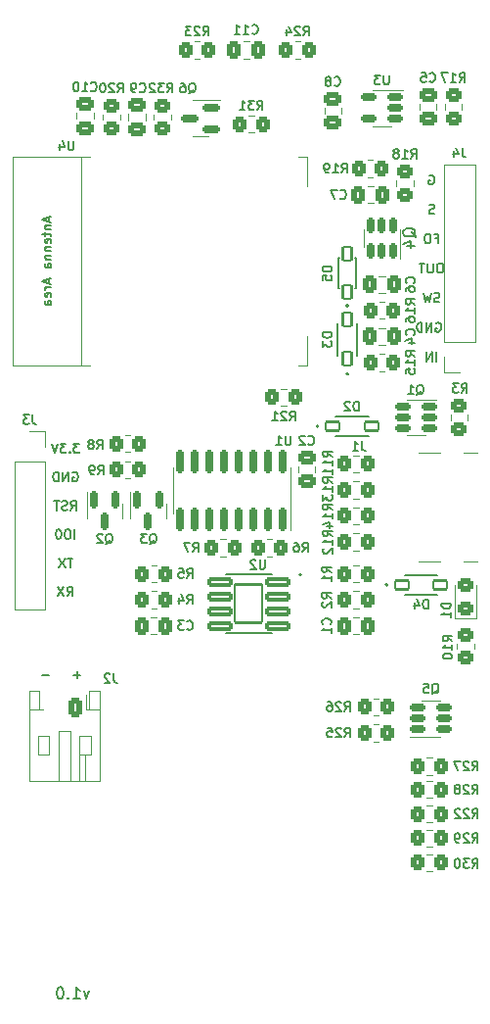
<source format=gbo>
G04 #@! TF.GenerationSoftware,KiCad,Pcbnew,7.0.7*
G04 #@! TF.CreationDate,2023-10-06T13:42:14+03:00*
G04 #@! TF.ProjectId,dif-pressure-meter,6469662d-7072-4657-9373-7572652d6d65,rev?*
G04 #@! TF.SameCoordinates,Original*
G04 #@! TF.FileFunction,Legend,Bot*
G04 #@! TF.FilePolarity,Positive*
%FSLAX46Y46*%
G04 Gerber Fmt 4.6, Leading zero omitted, Abs format (unit mm)*
G04 Created by KiCad (PCBNEW 7.0.7) date 2023-10-06 13:42:14*
%MOMM*%
%LPD*%
G01*
G04 APERTURE LIST*
G04 Aperture macros list*
%AMRoundRect*
0 Rectangle with rounded corners*
0 $1 Rounding radius*
0 $2 $3 $4 $5 $6 $7 $8 $9 X,Y pos of 4 corners*
0 Add a 4 corners polygon primitive as box body*
4,1,4,$2,$3,$4,$5,$6,$7,$8,$9,$2,$3,0*
0 Add four circle primitives for the rounded corners*
1,1,$1+$1,$2,$3*
1,1,$1+$1,$4,$5*
1,1,$1+$1,$6,$7*
1,1,$1+$1,$8,$9*
0 Add four rect primitives between the rounded corners*
20,1,$1+$1,$2,$3,$4,$5,0*
20,1,$1+$1,$4,$5,$6,$7,0*
20,1,$1+$1,$6,$7,$8,$9,0*
20,1,$1+$1,$8,$9,$2,$3,0*%
G04 Aperture macros list end*
%ADD10C,0.150000*%
%ADD11C,0.120000*%
%ADD12C,0.127000*%
%ADD13C,0.200000*%
%ADD14R,1.350000X1.350000*%
%ADD15O,1.350000X1.350000*%
%ADD16C,1.524000*%
%ADD17C,1.600000*%
%ADD18C,1.800000*%
%ADD19RoundRect,0.250000X-0.350000X-0.450000X0.350000X-0.450000X0.350000X0.450000X-0.350000X0.450000X0*%
%ADD20RoundRect,0.250000X0.350000X0.450000X-0.350000X0.450000X-0.350000X-0.450000X0.350000X-0.450000X0*%
%ADD21RoundRect,0.250000X-0.450000X0.350000X-0.450000X-0.350000X0.450000X-0.350000X0.450000X0.350000X0*%
%ADD22RoundRect,0.102000X0.365000X-0.605000X0.365000X0.605000X-0.365000X0.605000X-0.365000X-0.605000X0*%
%ADD23C,3.500000*%
%ADD24R,1.700000X1.700000*%
%ADD25O,1.700000X1.700000*%
%ADD26RoundRect,0.250000X-0.475000X0.337500X-0.475000X-0.337500X0.475000X-0.337500X0.475000X0.337500X0*%
%ADD27R,0.900000X1.500000*%
%ADD28R,1.500000X0.900000*%
%ADD29R,0.900000X0.900000*%
%ADD30RoundRect,0.150000X0.512500X0.150000X-0.512500X0.150000X-0.512500X-0.150000X0.512500X-0.150000X0*%
%ADD31RoundRect,0.150000X0.150000X-0.512500X0.150000X0.512500X-0.150000X0.512500X-0.150000X-0.512500X0*%
%ADD32RoundRect,0.250000X0.337500X0.475000X-0.337500X0.475000X-0.337500X-0.475000X0.337500X-0.475000X0*%
%ADD33RoundRect,0.144000X0.943000X0.258000X-0.943000X0.258000X-0.943000X-0.258000X0.943000X-0.258000X0*%
%ADD34RoundRect,0.102000X1.206500X1.651000X-1.206500X1.651000X-1.206500X-1.651000X1.206500X-1.651000X0*%
%ADD35RoundRect,0.250000X-0.337500X-0.475000X0.337500X-0.475000X0.337500X0.475000X-0.337500X0.475000X0*%
%ADD36RoundRect,0.150000X0.587500X0.150000X-0.587500X0.150000X-0.587500X-0.150000X0.587500X-0.150000X0*%
%ADD37C,0.650000*%
%ADD38R,1.150000X0.600000*%
%ADD39R,1.150000X0.300000*%
%ADD40O,1.800000X1.000000*%
%ADD41O,2.100000X1.000000*%
%ADD42RoundRect,0.102000X-0.605000X-0.365000X0.605000X-0.365000X0.605000X0.365000X-0.605000X0.365000X0*%
%ADD43RoundRect,0.250000X0.450000X-0.350000X0.450000X0.350000X-0.450000X0.350000X-0.450000X-0.350000X0*%
%ADD44RoundRect,0.150000X-0.150000X0.587500X-0.150000X-0.587500X0.150000X-0.587500X0.150000X0.587500X0*%
%ADD45RoundRect,0.150000X0.150000X-0.825000X0.150000X0.825000X-0.150000X0.825000X-0.150000X-0.825000X0*%
%ADD46RoundRect,0.150000X-0.512500X-0.150000X0.512500X-0.150000X0.512500X0.150000X-0.512500X0.150000X0*%
%ADD47RoundRect,0.250000X0.475000X-0.337500X0.475000X0.337500X-0.475000X0.337500X-0.475000X-0.337500X0*%
%ADD48RoundRect,0.250000X0.450000X-0.325000X0.450000X0.325000X-0.450000X0.325000X-0.450000X-0.325000X0*%
%ADD49RoundRect,0.250000X0.350000X0.625000X-0.350000X0.625000X-0.350000X-0.625000X0.350000X-0.625000X0*%
%ADD50O,1.200000X1.750000*%
G04 APERTURE END LIST*
D10*
X145606078Y-53775247D02*
X145872744Y-53775247D01*
X145872744Y-54194295D02*
X145872744Y-53394295D01*
X145872744Y-53394295D02*
X145491792Y-53394295D01*
X145034649Y-53394295D02*
X144882268Y-53394295D01*
X144882268Y-53394295D02*
X144806078Y-53432390D01*
X144806078Y-53432390D02*
X144729887Y-53508580D01*
X144729887Y-53508580D02*
X144691792Y-53660961D01*
X144691792Y-53660961D02*
X144691792Y-53927628D01*
X144691792Y-53927628D02*
X144729887Y-54080009D01*
X144729887Y-54080009D02*
X144806078Y-54156200D01*
X144806078Y-54156200D02*
X144882268Y-54194295D01*
X144882268Y-54194295D02*
X145034649Y-54194295D01*
X145034649Y-54194295D02*
X145110840Y-54156200D01*
X145110840Y-54156200D02*
X145187030Y-54080009D01*
X145187030Y-54080009D02*
X145225126Y-53927628D01*
X145225126Y-53927628D02*
X145225126Y-53660961D01*
X145225126Y-53660961D02*
X145187030Y-53508580D01*
X145187030Y-53508580D02*
X145110840Y-53432390D01*
X145110840Y-53432390D02*
X145034649Y-53394295D01*
X145691792Y-61082390D02*
X145767982Y-61044295D01*
X145767982Y-61044295D02*
X145882268Y-61044295D01*
X145882268Y-61044295D02*
X145996554Y-61082390D01*
X145996554Y-61082390D02*
X146072744Y-61158580D01*
X146072744Y-61158580D02*
X146110839Y-61234771D01*
X146110839Y-61234771D02*
X146148935Y-61387152D01*
X146148935Y-61387152D02*
X146148935Y-61501438D01*
X146148935Y-61501438D02*
X146110839Y-61653819D01*
X146110839Y-61653819D02*
X146072744Y-61730009D01*
X146072744Y-61730009D02*
X145996554Y-61806200D01*
X145996554Y-61806200D02*
X145882268Y-61844295D01*
X145882268Y-61844295D02*
X145806077Y-61844295D01*
X145806077Y-61844295D02*
X145691792Y-61806200D01*
X145691792Y-61806200D02*
X145653696Y-61768104D01*
X145653696Y-61768104D02*
X145653696Y-61501438D01*
X145653696Y-61501438D02*
X145806077Y-61501438D01*
X145310839Y-61844295D02*
X145310839Y-61044295D01*
X145310839Y-61044295D02*
X144853696Y-61844295D01*
X144853696Y-61844295D02*
X144853696Y-61044295D01*
X144472744Y-61844295D02*
X144472744Y-61044295D01*
X144472744Y-61044295D02*
X144282268Y-61044295D01*
X144282268Y-61044295D02*
X144167982Y-61082390D01*
X144167982Y-61082390D02*
X144091792Y-61158580D01*
X144091792Y-61158580D02*
X144053697Y-61234771D01*
X144053697Y-61234771D02*
X144015601Y-61387152D01*
X144015601Y-61387152D02*
X144015601Y-61501438D01*
X144015601Y-61501438D02*
X144053697Y-61653819D01*
X144053697Y-61653819D02*
X144091792Y-61730009D01*
X144091792Y-61730009D02*
X144167982Y-61806200D01*
X144167982Y-61806200D02*
X144282268Y-61844295D01*
X144282268Y-61844295D02*
X144472744Y-61844295D01*
X112210839Y-91489533D02*
X111601316Y-91489533D01*
X114225125Y-81414295D02*
X113767982Y-81414295D01*
X113996554Y-82214295D02*
X113996554Y-81414295D01*
X113577506Y-81414295D02*
X113044172Y-82214295D01*
X113044172Y-81414295D02*
X113577506Y-82214295D01*
X114225125Y-74012390D02*
X114301315Y-73974295D01*
X114301315Y-73974295D02*
X114415601Y-73974295D01*
X114415601Y-73974295D02*
X114529887Y-74012390D01*
X114529887Y-74012390D02*
X114606077Y-74088580D01*
X114606077Y-74088580D02*
X114644172Y-74164771D01*
X114644172Y-74164771D02*
X114682268Y-74317152D01*
X114682268Y-74317152D02*
X114682268Y-74431438D01*
X114682268Y-74431438D02*
X114644172Y-74583819D01*
X114644172Y-74583819D02*
X114606077Y-74660009D01*
X114606077Y-74660009D02*
X114529887Y-74736200D01*
X114529887Y-74736200D02*
X114415601Y-74774295D01*
X114415601Y-74774295D02*
X114339410Y-74774295D01*
X114339410Y-74774295D02*
X114225125Y-74736200D01*
X114225125Y-74736200D02*
X114187029Y-74698104D01*
X114187029Y-74698104D02*
X114187029Y-74431438D01*
X114187029Y-74431438D02*
X114339410Y-74431438D01*
X113844172Y-74774295D02*
X113844172Y-73974295D01*
X113844172Y-73974295D02*
X113387029Y-74774295D01*
X113387029Y-74774295D02*
X113387029Y-73974295D01*
X113006077Y-74774295D02*
X113006077Y-73974295D01*
X113006077Y-73974295D02*
X112815601Y-73974295D01*
X112815601Y-73974295D02*
X112701315Y-74012390D01*
X112701315Y-74012390D02*
X112625125Y-74088580D01*
X112625125Y-74088580D02*
X112587030Y-74164771D01*
X112587030Y-74164771D02*
X112548934Y-74317152D01*
X112548934Y-74317152D02*
X112548934Y-74431438D01*
X112548934Y-74431438D02*
X112587030Y-74583819D01*
X112587030Y-74583819D02*
X112625125Y-74660009D01*
X112625125Y-74660009D02*
X112701315Y-74736200D01*
X112701315Y-74736200D02*
X112815601Y-74774295D01*
X112815601Y-74774295D02*
X113006077Y-74774295D01*
X114796553Y-71494295D02*
X114301315Y-71494295D01*
X114301315Y-71494295D02*
X114567981Y-71799057D01*
X114567981Y-71799057D02*
X114453696Y-71799057D01*
X114453696Y-71799057D02*
X114377505Y-71837152D01*
X114377505Y-71837152D02*
X114339410Y-71875247D01*
X114339410Y-71875247D02*
X114301315Y-71951438D01*
X114301315Y-71951438D02*
X114301315Y-72141914D01*
X114301315Y-72141914D02*
X114339410Y-72218104D01*
X114339410Y-72218104D02*
X114377505Y-72256200D01*
X114377505Y-72256200D02*
X114453696Y-72294295D01*
X114453696Y-72294295D02*
X114682267Y-72294295D01*
X114682267Y-72294295D02*
X114758458Y-72256200D01*
X114758458Y-72256200D02*
X114796553Y-72218104D01*
X113958457Y-72218104D02*
X113920362Y-72256200D01*
X113920362Y-72256200D02*
X113958457Y-72294295D01*
X113958457Y-72294295D02*
X113996553Y-72256200D01*
X113996553Y-72256200D02*
X113958457Y-72218104D01*
X113958457Y-72218104D02*
X113958457Y-72294295D01*
X113653696Y-71494295D02*
X113158458Y-71494295D01*
X113158458Y-71494295D02*
X113425124Y-71799057D01*
X113425124Y-71799057D02*
X113310839Y-71799057D01*
X113310839Y-71799057D02*
X113234648Y-71837152D01*
X113234648Y-71837152D02*
X113196553Y-71875247D01*
X113196553Y-71875247D02*
X113158458Y-71951438D01*
X113158458Y-71951438D02*
X113158458Y-72141914D01*
X113158458Y-72141914D02*
X113196553Y-72218104D01*
X113196553Y-72218104D02*
X113234648Y-72256200D01*
X113234648Y-72256200D02*
X113310839Y-72294295D01*
X113310839Y-72294295D02*
X113539410Y-72294295D01*
X113539410Y-72294295D02*
X113615601Y-72256200D01*
X113615601Y-72256200D02*
X113653696Y-72218104D01*
X112929886Y-71494295D02*
X112663219Y-72294295D01*
X112663219Y-72294295D02*
X112396553Y-71494295D01*
X114415600Y-79734295D02*
X114415600Y-78934295D01*
X113882267Y-78934295D02*
X113729886Y-78934295D01*
X113729886Y-78934295D02*
X113653696Y-78972390D01*
X113653696Y-78972390D02*
X113577505Y-79048580D01*
X113577505Y-79048580D02*
X113539410Y-79200961D01*
X113539410Y-79200961D02*
X113539410Y-79467628D01*
X113539410Y-79467628D02*
X113577505Y-79620009D01*
X113577505Y-79620009D02*
X113653696Y-79696200D01*
X113653696Y-79696200D02*
X113729886Y-79734295D01*
X113729886Y-79734295D02*
X113882267Y-79734295D01*
X113882267Y-79734295D02*
X113958458Y-79696200D01*
X113958458Y-79696200D02*
X114034648Y-79620009D01*
X114034648Y-79620009D02*
X114072744Y-79467628D01*
X114072744Y-79467628D02*
X114072744Y-79200961D01*
X114072744Y-79200961D02*
X114034648Y-79048580D01*
X114034648Y-79048580D02*
X113958458Y-78972390D01*
X113958458Y-78972390D02*
X113882267Y-78934295D01*
X113044172Y-78934295D02*
X112967982Y-78934295D01*
X112967982Y-78934295D02*
X112891791Y-78972390D01*
X112891791Y-78972390D02*
X112853696Y-79010485D01*
X112853696Y-79010485D02*
X112815601Y-79086676D01*
X112815601Y-79086676D02*
X112777506Y-79239057D01*
X112777506Y-79239057D02*
X112777506Y-79429533D01*
X112777506Y-79429533D02*
X112815601Y-79581914D01*
X112815601Y-79581914D02*
X112853696Y-79658104D01*
X112853696Y-79658104D02*
X112891791Y-79696200D01*
X112891791Y-79696200D02*
X112967982Y-79734295D01*
X112967982Y-79734295D02*
X113044172Y-79734295D01*
X113044172Y-79734295D02*
X113120363Y-79696200D01*
X113120363Y-79696200D02*
X113158458Y-79658104D01*
X113158458Y-79658104D02*
X113196553Y-79581914D01*
X113196553Y-79581914D02*
X113234649Y-79429533D01*
X113234649Y-79429533D02*
X113234649Y-79239057D01*
X113234649Y-79239057D02*
X113196553Y-79086676D01*
X113196553Y-79086676D02*
X113158458Y-79010485D01*
X113158458Y-79010485D02*
X113120363Y-78972390D01*
X113120363Y-78972390D02*
X113044172Y-78934295D01*
X145091792Y-48332390D02*
X145167982Y-48294295D01*
X145167982Y-48294295D02*
X145282268Y-48294295D01*
X145282268Y-48294295D02*
X145396554Y-48332390D01*
X145396554Y-48332390D02*
X145472744Y-48408580D01*
X145472744Y-48408580D02*
X145510839Y-48484771D01*
X145510839Y-48484771D02*
X145548935Y-48637152D01*
X145548935Y-48637152D02*
X145548935Y-48751438D01*
X145548935Y-48751438D02*
X145510839Y-48903819D01*
X145510839Y-48903819D02*
X145472744Y-48980009D01*
X145472744Y-48980009D02*
X145396554Y-49056200D01*
X145396554Y-49056200D02*
X145282268Y-49094295D01*
X145282268Y-49094295D02*
X145206077Y-49094295D01*
X145206077Y-49094295D02*
X145091792Y-49056200D01*
X145091792Y-49056200D02*
X145053696Y-49018104D01*
X145053696Y-49018104D02*
X145053696Y-48751438D01*
X145053696Y-48751438D02*
X145206077Y-48751438D01*
X115658458Y-118803152D02*
X115420363Y-119469819D01*
X115420363Y-119469819D02*
X115182268Y-118803152D01*
X114277506Y-119469819D02*
X114848934Y-119469819D01*
X114563220Y-119469819D02*
X114563220Y-118469819D01*
X114563220Y-118469819D02*
X114658458Y-118612676D01*
X114658458Y-118612676D02*
X114753696Y-118707914D01*
X114753696Y-118707914D02*
X114848934Y-118755533D01*
X113848934Y-119374580D02*
X113801315Y-119422200D01*
X113801315Y-119422200D02*
X113848934Y-119469819D01*
X113848934Y-119469819D02*
X113896553Y-119422200D01*
X113896553Y-119422200D02*
X113848934Y-119374580D01*
X113848934Y-119374580D02*
X113848934Y-119469819D01*
X113182268Y-118469819D02*
X113087030Y-118469819D01*
X113087030Y-118469819D02*
X112991792Y-118517438D01*
X112991792Y-118517438D02*
X112944173Y-118565057D01*
X112944173Y-118565057D02*
X112896554Y-118660295D01*
X112896554Y-118660295D02*
X112848935Y-118850771D01*
X112848935Y-118850771D02*
X112848935Y-119088866D01*
X112848935Y-119088866D02*
X112896554Y-119279342D01*
X112896554Y-119279342D02*
X112944173Y-119374580D01*
X112944173Y-119374580D02*
X112991792Y-119422200D01*
X112991792Y-119422200D02*
X113087030Y-119469819D01*
X113087030Y-119469819D02*
X113182268Y-119469819D01*
X113182268Y-119469819D02*
X113277506Y-119422200D01*
X113277506Y-119422200D02*
X113325125Y-119374580D01*
X113325125Y-119374580D02*
X113372744Y-119279342D01*
X113372744Y-119279342D02*
X113420363Y-119088866D01*
X113420363Y-119088866D02*
X113420363Y-118850771D01*
X113420363Y-118850771D02*
X113372744Y-118660295D01*
X113372744Y-118660295D02*
X113325125Y-118565057D01*
X113325125Y-118565057D02*
X113277506Y-118517438D01*
X113277506Y-118517438D02*
X113182268Y-118469819D01*
X146101315Y-55944295D02*
X145948934Y-55944295D01*
X145948934Y-55944295D02*
X145872744Y-55982390D01*
X145872744Y-55982390D02*
X145796553Y-56058580D01*
X145796553Y-56058580D02*
X145758458Y-56210961D01*
X145758458Y-56210961D02*
X145758458Y-56477628D01*
X145758458Y-56477628D02*
X145796553Y-56630009D01*
X145796553Y-56630009D02*
X145872744Y-56706200D01*
X145872744Y-56706200D02*
X145948934Y-56744295D01*
X145948934Y-56744295D02*
X146101315Y-56744295D01*
X146101315Y-56744295D02*
X146177506Y-56706200D01*
X146177506Y-56706200D02*
X146253696Y-56630009D01*
X146253696Y-56630009D02*
X146291792Y-56477628D01*
X146291792Y-56477628D02*
X146291792Y-56210961D01*
X146291792Y-56210961D02*
X146253696Y-56058580D01*
X146253696Y-56058580D02*
X146177506Y-55982390D01*
X146177506Y-55982390D02*
X146101315Y-55944295D01*
X145415601Y-55944295D02*
X145415601Y-56591914D01*
X145415601Y-56591914D02*
X145377506Y-56668104D01*
X145377506Y-56668104D02*
X145339411Y-56706200D01*
X145339411Y-56706200D02*
X145263220Y-56744295D01*
X145263220Y-56744295D02*
X145110839Y-56744295D01*
X145110839Y-56744295D02*
X145034649Y-56706200D01*
X145034649Y-56706200D02*
X144996554Y-56668104D01*
X144996554Y-56668104D02*
X144958458Y-56591914D01*
X144958458Y-56591914D02*
X144958458Y-55944295D01*
X144691792Y-55944295D02*
X144234649Y-55944295D01*
X144463221Y-56744295D02*
X144463221Y-55944295D01*
X113748934Y-84694295D02*
X114015601Y-84313342D01*
X114206077Y-84694295D02*
X114206077Y-83894295D01*
X114206077Y-83894295D02*
X113901315Y-83894295D01*
X113901315Y-83894295D02*
X113825125Y-83932390D01*
X113825125Y-83932390D02*
X113787030Y-83970485D01*
X113787030Y-83970485D02*
X113748934Y-84046676D01*
X113748934Y-84046676D02*
X113748934Y-84160961D01*
X113748934Y-84160961D02*
X113787030Y-84237152D01*
X113787030Y-84237152D02*
X113825125Y-84275247D01*
X113825125Y-84275247D02*
X113901315Y-84313342D01*
X113901315Y-84313342D02*
X114206077Y-84313342D01*
X113482268Y-83894295D02*
X112948934Y-84694295D01*
X112948934Y-83894295D02*
X113482268Y-84694295D01*
X145529888Y-51606200D02*
X145415602Y-51644295D01*
X145415602Y-51644295D02*
X145225126Y-51644295D01*
X145225126Y-51644295D02*
X145148935Y-51606200D01*
X145148935Y-51606200D02*
X145110840Y-51568104D01*
X145110840Y-51568104D02*
X145072745Y-51491914D01*
X145072745Y-51491914D02*
X145072745Y-51415723D01*
X145072745Y-51415723D02*
X145110840Y-51339533D01*
X145110840Y-51339533D02*
X145148935Y-51301438D01*
X145148935Y-51301438D02*
X145225126Y-51263342D01*
X145225126Y-51263342D02*
X145377507Y-51225247D01*
X145377507Y-51225247D02*
X145453697Y-51187152D01*
X145453697Y-51187152D02*
X145491792Y-51149057D01*
X145491792Y-51149057D02*
X145529888Y-51072866D01*
X145529888Y-51072866D02*
X145529888Y-50996676D01*
X145529888Y-50996676D02*
X145491792Y-50920485D01*
X145491792Y-50920485D02*
X145453697Y-50882390D01*
X145453697Y-50882390D02*
X145377507Y-50844295D01*
X145377507Y-50844295D02*
X145187030Y-50844295D01*
X145187030Y-50844295D02*
X145072745Y-50882390D01*
X145720363Y-64394295D02*
X145720363Y-63594295D01*
X145339411Y-64394295D02*
X145339411Y-63594295D01*
X145339411Y-63594295D02*
X144882268Y-64394295D01*
X144882268Y-64394295D02*
X144882268Y-63594295D01*
X145987031Y-59256200D02*
X145872745Y-59294295D01*
X145872745Y-59294295D02*
X145682269Y-59294295D01*
X145682269Y-59294295D02*
X145606078Y-59256200D01*
X145606078Y-59256200D02*
X145567983Y-59218104D01*
X145567983Y-59218104D02*
X145529888Y-59141914D01*
X145529888Y-59141914D02*
X145529888Y-59065723D01*
X145529888Y-59065723D02*
X145567983Y-58989533D01*
X145567983Y-58989533D02*
X145606078Y-58951438D01*
X145606078Y-58951438D02*
X145682269Y-58913342D01*
X145682269Y-58913342D02*
X145834650Y-58875247D01*
X145834650Y-58875247D02*
X145910840Y-58837152D01*
X145910840Y-58837152D02*
X145948935Y-58799057D01*
X145948935Y-58799057D02*
X145987031Y-58722866D01*
X145987031Y-58722866D02*
X145987031Y-58646676D01*
X145987031Y-58646676D02*
X145948935Y-58570485D01*
X145948935Y-58570485D02*
X145910840Y-58532390D01*
X145910840Y-58532390D02*
X145834650Y-58494295D01*
X145834650Y-58494295D02*
X145644173Y-58494295D01*
X145644173Y-58494295D02*
X145529888Y-58532390D01*
X145263221Y-58494295D02*
X145072745Y-59294295D01*
X145072745Y-59294295D02*
X144920364Y-58722866D01*
X144920364Y-58722866D02*
X144767983Y-59294295D01*
X144767983Y-59294295D02*
X144577507Y-58494295D01*
X114053696Y-77254295D02*
X114320363Y-76873342D01*
X114510839Y-77254295D02*
X114510839Y-76454295D01*
X114510839Y-76454295D02*
X114206077Y-76454295D01*
X114206077Y-76454295D02*
X114129887Y-76492390D01*
X114129887Y-76492390D02*
X114091792Y-76530485D01*
X114091792Y-76530485D02*
X114053696Y-76606676D01*
X114053696Y-76606676D02*
X114053696Y-76720961D01*
X114053696Y-76720961D02*
X114091792Y-76797152D01*
X114091792Y-76797152D02*
X114129887Y-76835247D01*
X114129887Y-76835247D02*
X114206077Y-76873342D01*
X114206077Y-76873342D02*
X114510839Y-76873342D01*
X113748935Y-77216200D02*
X113634649Y-77254295D01*
X113634649Y-77254295D02*
X113444173Y-77254295D01*
X113444173Y-77254295D02*
X113367982Y-77216200D01*
X113367982Y-77216200D02*
X113329887Y-77178104D01*
X113329887Y-77178104D02*
X113291792Y-77101914D01*
X113291792Y-77101914D02*
X113291792Y-77025723D01*
X113291792Y-77025723D02*
X113329887Y-76949533D01*
X113329887Y-76949533D02*
X113367982Y-76911438D01*
X113367982Y-76911438D02*
X113444173Y-76873342D01*
X113444173Y-76873342D02*
X113596554Y-76835247D01*
X113596554Y-76835247D02*
X113672744Y-76797152D01*
X113672744Y-76797152D02*
X113710839Y-76759057D01*
X113710839Y-76759057D02*
X113748935Y-76682866D01*
X113748935Y-76682866D02*
X113748935Y-76606676D01*
X113748935Y-76606676D02*
X113710839Y-76530485D01*
X113710839Y-76530485D02*
X113672744Y-76492390D01*
X113672744Y-76492390D02*
X113596554Y-76454295D01*
X113596554Y-76454295D02*
X113406077Y-76454295D01*
X113406077Y-76454295D02*
X113291792Y-76492390D01*
X113063220Y-76454295D02*
X112606077Y-76454295D01*
X112834649Y-77254295D02*
X112834649Y-76454295D01*
X114910839Y-91489533D02*
X114301316Y-91489533D01*
X114606077Y-91794295D02*
X114606077Y-91184771D01*
X134133332Y-80862295D02*
X134399999Y-80481342D01*
X134590475Y-80862295D02*
X134590475Y-80062295D01*
X134590475Y-80062295D02*
X134285713Y-80062295D01*
X134285713Y-80062295D02*
X134209523Y-80100390D01*
X134209523Y-80100390D02*
X134171428Y-80138485D01*
X134171428Y-80138485D02*
X134133332Y-80214676D01*
X134133332Y-80214676D02*
X134133332Y-80328961D01*
X134133332Y-80328961D02*
X134171428Y-80405152D01*
X134171428Y-80405152D02*
X134209523Y-80443247D01*
X134209523Y-80443247D02*
X134285713Y-80481342D01*
X134285713Y-80481342D02*
X134590475Y-80481342D01*
X133447618Y-80062295D02*
X133599999Y-80062295D01*
X133599999Y-80062295D02*
X133676190Y-80100390D01*
X133676190Y-80100390D02*
X133714285Y-80138485D01*
X133714285Y-80138485D02*
X133790475Y-80252771D01*
X133790475Y-80252771D02*
X133828571Y-80405152D01*
X133828571Y-80405152D02*
X133828571Y-80709914D01*
X133828571Y-80709914D02*
X133790475Y-80786104D01*
X133790475Y-80786104D02*
X133752380Y-80824200D01*
X133752380Y-80824200D02*
X133676190Y-80862295D01*
X133676190Y-80862295D02*
X133523809Y-80862295D01*
X133523809Y-80862295D02*
X133447618Y-80824200D01*
X133447618Y-80824200D02*
X133409523Y-80786104D01*
X133409523Y-80786104D02*
X133371428Y-80709914D01*
X133371428Y-80709914D02*
X133371428Y-80519438D01*
X133371428Y-80519438D02*
X133409523Y-80443247D01*
X133409523Y-80443247D02*
X133447618Y-80405152D01*
X133447618Y-80405152D02*
X133523809Y-80367057D01*
X133523809Y-80367057D02*
X133676190Y-80367057D01*
X133676190Y-80367057D02*
X133752380Y-80405152D01*
X133752380Y-80405152D02*
X133790475Y-80443247D01*
X133790475Y-80443247D02*
X133828571Y-80519438D01*
X148814285Y-105962295D02*
X149080952Y-105581342D01*
X149271428Y-105962295D02*
X149271428Y-105162295D01*
X149271428Y-105162295D02*
X148966666Y-105162295D01*
X148966666Y-105162295D02*
X148890476Y-105200390D01*
X148890476Y-105200390D02*
X148852381Y-105238485D01*
X148852381Y-105238485D02*
X148814285Y-105314676D01*
X148814285Y-105314676D02*
X148814285Y-105428961D01*
X148814285Y-105428961D02*
X148852381Y-105505152D01*
X148852381Y-105505152D02*
X148890476Y-105543247D01*
X148890476Y-105543247D02*
X148966666Y-105581342D01*
X148966666Y-105581342D02*
X149271428Y-105581342D01*
X148509524Y-105238485D02*
X148471428Y-105200390D01*
X148471428Y-105200390D02*
X148395238Y-105162295D01*
X148395238Y-105162295D02*
X148204762Y-105162295D01*
X148204762Y-105162295D02*
X148128571Y-105200390D01*
X148128571Y-105200390D02*
X148090476Y-105238485D01*
X148090476Y-105238485D02*
X148052381Y-105314676D01*
X148052381Y-105314676D02*
X148052381Y-105390866D01*
X148052381Y-105390866D02*
X148090476Y-105505152D01*
X148090476Y-105505152D02*
X148547619Y-105962295D01*
X148547619Y-105962295D02*
X148052381Y-105962295D01*
X147671428Y-105962295D02*
X147519047Y-105962295D01*
X147519047Y-105962295D02*
X147442857Y-105924200D01*
X147442857Y-105924200D02*
X147404761Y-105886104D01*
X147404761Y-105886104D02*
X147328571Y-105771819D01*
X147328571Y-105771819D02*
X147290476Y-105619438D01*
X147290476Y-105619438D02*
X147290476Y-105314676D01*
X147290476Y-105314676D02*
X147328571Y-105238485D01*
X147328571Y-105238485D02*
X147366666Y-105200390D01*
X147366666Y-105200390D02*
X147442857Y-105162295D01*
X147442857Y-105162295D02*
X147595238Y-105162295D01*
X147595238Y-105162295D02*
X147671428Y-105200390D01*
X147671428Y-105200390D02*
X147709523Y-105238485D01*
X147709523Y-105238485D02*
X147747619Y-105314676D01*
X147747619Y-105314676D02*
X147747619Y-105505152D01*
X147747619Y-105505152D02*
X147709523Y-105581342D01*
X147709523Y-105581342D02*
X147671428Y-105619438D01*
X147671428Y-105619438D02*
X147595238Y-105657533D01*
X147595238Y-105657533D02*
X147442857Y-105657533D01*
X147442857Y-105657533D02*
X147366666Y-105619438D01*
X147366666Y-105619438D02*
X147328571Y-105581342D01*
X147328571Y-105581342D02*
X147290476Y-105505152D01*
X147062295Y-88585714D02*
X146681342Y-88319047D01*
X147062295Y-88128571D02*
X146262295Y-88128571D01*
X146262295Y-88128571D02*
X146262295Y-88433333D01*
X146262295Y-88433333D02*
X146300390Y-88509523D01*
X146300390Y-88509523D02*
X146338485Y-88547618D01*
X146338485Y-88547618D02*
X146414676Y-88585714D01*
X146414676Y-88585714D02*
X146528961Y-88585714D01*
X146528961Y-88585714D02*
X146605152Y-88547618D01*
X146605152Y-88547618D02*
X146643247Y-88509523D01*
X146643247Y-88509523D02*
X146681342Y-88433333D01*
X146681342Y-88433333D02*
X146681342Y-88128571D01*
X147062295Y-89347618D02*
X147062295Y-88890475D01*
X147062295Y-89119047D02*
X146262295Y-89119047D01*
X146262295Y-89119047D02*
X146376580Y-89042856D01*
X146376580Y-89042856D02*
X146452771Y-88966666D01*
X146452771Y-88966666D02*
X146490866Y-88890475D01*
X146262295Y-89842857D02*
X146262295Y-89919047D01*
X146262295Y-89919047D02*
X146300390Y-89995238D01*
X146300390Y-89995238D02*
X146338485Y-90033333D01*
X146338485Y-90033333D02*
X146414676Y-90071428D01*
X146414676Y-90071428D02*
X146567057Y-90109523D01*
X146567057Y-90109523D02*
X146757533Y-90109523D01*
X146757533Y-90109523D02*
X146909914Y-90071428D01*
X146909914Y-90071428D02*
X146986104Y-90033333D01*
X146986104Y-90033333D02*
X147024200Y-89995238D01*
X147024200Y-89995238D02*
X147062295Y-89919047D01*
X147062295Y-89919047D02*
X147062295Y-89842857D01*
X147062295Y-89842857D02*
X147024200Y-89766666D01*
X147024200Y-89766666D02*
X146986104Y-89728571D01*
X146986104Y-89728571D02*
X146909914Y-89690476D01*
X146909914Y-89690476D02*
X146757533Y-89652380D01*
X146757533Y-89652380D02*
X146567057Y-89652380D01*
X146567057Y-89652380D02*
X146414676Y-89690476D01*
X146414676Y-89690476D02*
X146338485Y-89728571D01*
X146338485Y-89728571D02*
X146300390Y-89766666D01*
X146300390Y-89766666D02*
X146262295Y-89842857D01*
X136612295Y-82616667D02*
X136231342Y-82350000D01*
X136612295Y-82159524D02*
X135812295Y-82159524D01*
X135812295Y-82159524D02*
X135812295Y-82464286D01*
X135812295Y-82464286D02*
X135850390Y-82540476D01*
X135850390Y-82540476D02*
X135888485Y-82578571D01*
X135888485Y-82578571D02*
X135964676Y-82616667D01*
X135964676Y-82616667D02*
X136078961Y-82616667D01*
X136078961Y-82616667D02*
X136155152Y-82578571D01*
X136155152Y-82578571D02*
X136193247Y-82540476D01*
X136193247Y-82540476D02*
X136231342Y-82464286D01*
X136231342Y-82464286D02*
X136231342Y-82159524D01*
X136612295Y-83378571D02*
X136612295Y-82921428D01*
X136612295Y-83150000D02*
X135812295Y-83150000D01*
X135812295Y-83150000D02*
X135926580Y-83073809D01*
X135926580Y-83073809D02*
X136002771Y-82997619D01*
X136002771Y-82997619D02*
X136040866Y-82921428D01*
X137764285Y-94612295D02*
X138030952Y-94231342D01*
X138221428Y-94612295D02*
X138221428Y-93812295D01*
X138221428Y-93812295D02*
X137916666Y-93812295D01*
X137916666Y-93812295D02*
X137840476Y-93850390D01*
X137840476Y-93850390D02*
X137802381Y-93888485D01*
X137802381Y-93888485D02*
X137764285Y-93964676D01*
X137764285Y-93964676D02*
X137764285Y-94078961D01*
X137764285Y-94078961D02*
X137802381Y-94155152D01*
X137802381Y-94155152D02*
X137840476Y-94193247D01*
X137840476Y-94193247D02*
X137916666Y-94231342D01*
X137916666Y-94231342D02*
X138221428Y-94231342D01*
X137459524Y-93888485D02*
X137421428Y-93850390D01*
X137421428Y-93850390D02*
X137345238Y-93812295D01*
X137345238Y-93812295D02*
X137154762Y-93812295D01*
X137154762Y-93812295D02*
X137078571Y-93850390D01*
X137078571Y-93850390D02*
X137040476Y-93888485D01*
X137040476Y-93888485D02*
X137002381Y-93964676D01*
X137002381Y-93964676D02*
X137002381Y-94040866D01*
X137002381Y-94040866D02*
X137040476Y-94155152D01*
X137040476Y-94155152D02*
X137497619Y-94612295D01*
X137497619Y-94612295D02*
X137002381Y-94612295D01*
X136316666Y-93812295D02*
X136469047Y-93812295D01*
X136469047Y-93812295D02*
X136545238Y-93850390D01*
X136545238Y-93850390D02*
X136583333Y-93888485D01*
X136583333Y-93888485D02*
X136659523Y-94002771D01*
X136659523Y-94002771D02*
X136697619Y-94155152D01*
X136697619Y-94155152D02*
X136697619Y-94459914D01*
X136697619Y-94459914D02*
X136659523Y-94536104D01*
X136659523Y-94536104D02*
X136621428Y-94574200D01*
X136621428Y-94574200D02*
X136545238Y-94612295D01*
X136545238Y-94612295D02*
X136392857Y-94612295D01*
X136392857Y-94612295D02*
X136316666Y-94574200D01*
X136316666Y-94574200D02*
X136278571Y-94536104D01*
X136278571Y-94536104D02*
X136240476Y-94459914D01*
X136240476Y-94459914D02*
X136240476Y-94269438D01*
X136240476Y-94269438D02*
X136278571Y-94193247D01*
X136278571Y-94193247D02*
X136316666Y-94155152D01*
X136316666Y-94155152D02*
X136392857Y-94117057D01*
X136392857Y-94117057D02*
X136545238Y-94117057D01*
X136545238Y-94117057D02*
X136621428Y-94155152D01*
X136621428Y-94155152D02*
X136659523Y-94193247D01*
X136659523Y-94193247D02*
X136697619Y-94269438D01*
X136662295Y-61909524D02*
X135862295Y-61909524D01*
X135862295Y-61909524D02*
X135862295Y-62100000D01*
X135862295Y-62100000D02*
X135900390Y-62214286D01*
X135900390Y-62214286D02*
X135976580Y-62290476D01*
X135976580Y-62290476D02*
X136052771Y-62328571D01*
X136052771Y-62328571D02*
X136205152Y-62366667D01*
X136205152Y-62366667D02*
X136319438Y-62366667D01*
X136319438Y-62366667D02*
X136471819Y-62328571D01*
X136471819Y-62328571D02*
X136548009Y-62290476D01*
X136548009Y-62290476D02*
X136624200Y-62214286D01*
X136624200Y-62214286D02*
X136662295Y-62100000D01*
X136662295Y-62100000D02*
X136662295Y-61909524D01*
X135862295Y-62633333D02*
X135862295Y-63128571D01*
X135862295Y-63128571D02*
X136167057Y-62861905D01*
X136167057Y-62861905D02*
X136167057Y-62976190D01*
X136167057Y-62976190D02*
X136205152Y-63052381D01*
X136205152Y-63052381D02*
X136243247Y-63090476D01*
X136243247Y-63090476D02*
X136319438Y-63128571D01*
X136319438Y-63128571D02*
X136509914Y-63128571D01*
X136509914Y-63128571D02*
X136586104Y-63090476D01*
X136586104Y-63090476D02*
X136624200Y-63052381D01*
X136624200Y-63052381D02*
X136662295Y-62976190D01*
X136662295Y-62976190D02*
X136662295Y-62747619D01*
X136662295Y-62747619D02*
X136624200Y-62671428D01*
X136624200Y-62671428D02*
X136586104Y-62633333D01*
X133014285Y-69512295D02*
X133280952Y-69131342D01*
X133471428Y-69512295D02*
X133471428Y-68712295D01*
X133471428Y-68712295D02*
X133166666Y-68712295D01*
X133166666Y-68712295D02*
X133090476Y-68750390D01*
X133090476Y-68750390D02*
X133052381Y-68788485D01*
X133052381Y-68788485D02*
X133014285Y-68864676D01*
X133014285Y-68864676D02*
X133014285Y-68978961D01*
X133014285Y-68978961D02*
X133052381Y-69055152D01*
X133052381Y-69055152D02*
X133090476Y-69093247D01*
X133090476Y-69093247D02*
X133166666Y-69131342D01*
X133166666Y-69131342D02*
X133471428Y-69131342D01*
X132709524Y-68788485D02*
X132671428Y-68750390D01*
X132671428Y-68750390D02*
X132595238Y-68712295D01*
X132595238Y-68712295D02*
X132404762Y-68712295D01*
X132404762Y-68712295D02*
X132328571Y-68750390D01*
X132328571Y-68750390D02*
X132290476Y-68788485D01*
X132290476Y-68788485D02*
X132252381Y-68864676D01*
X132252381Y-68864676D02*
X132252381Y-68940866D01*
X132252381Y-68940866D02*
X132290476Y-69055152D01*
X132290476Y-69055152D02*
X132747619Y-69512295D01*
X132747619Y-69512295D02*
X132252381Y-69512295D01*
X131490476Y-69512295D02*
X131947619Y-69512295D01*
X131719047Y-69512295D02*
X131719047Y-68712295D01*
X131719047Y-68712295D02*
X131795238Y-68826580D01*
X131795238Y-68826580D02*
X131871428Y-68902771D01*
X131871428Y-68902771D02*
X131947619Y-68940866D01*
X124133332Y-85362295D02*
X124399999Y-84981342D01*
X124590475Y-85362295D02*
X124590475Y-84562295D01*
X124590475Y-84562295D02*
X124285713Y-84562295D01*
X124285713Y-84562295D02*
X124209523Y-84600390D01*
X124209523Y-84600390D02*
X124171428Y-84638485D01*
X124171428Y-84638485D02*
X124133332Y-84714676D01*
X124133332Y-84714676D02*
X124133332Y-84828961D01*
X124133332Y-84828961D02*
X124171428Y-84905152D01*
X124171428Y-84905152D02*
X124209523Y-84943247D01*
X124209523Y-84943247D02*
X124285713Y-84981342D01*
X124285713Y-84981342D02*
X124590475Y-84981342D01*
X123447618Y-84828961D02*
X123447618Y-85362295D01*
X123638094Y-84524200D02*
X123828571Y-85095628D01*
X123828571Y-85095628D02*
X123333332Y-85095628D01*
X137514285Y-48112295D02*
X137780952Y-47731342D01*
X137971428Y-48112295D02*
X137971428Y-47312295D01*
X137971428Y-47312295D02*
X137666666Y-47312295D01*
X137666666Y-47312295D02*
X137590476Y-47350390D01*
X137590476Y-47350390D02*
X137552381Y-47388485D01*
X137552381Y-47388485D02*
X137514285Y-47464676D01*
X137514285Y-47464676D02*
X137514285Y-47578961D01*
X137514285Y-47578961D02*
X137552381Y-47655152D01*
X137552381Y-47655152D02*
X137590476Y-47693247D01*
X137590476Y-47693247D02*
X137666666Y-47731342D01*
X137666666Y-47731342D02*
X137971428Y-47731342D01*
X136752381Y-48112295D02*
X137209524Y-48112295D01*
X136980952Y-48112295D02*
X136980952Y-47312295D01*
X136980952Y-47312295D02*
X137057143Y-47426580D01*
X137057143Y-47426580D02*
X137133333Y-47502771D01*
X137133333Y-47502771D02*
X137209524Y-47540866D01*
X136371428Y-48112295D02*
X136219047Y-48112295D01*
X136219047Y-48112295D02*
X136142857Y-48074200D01*
X136142857Y-48074200D02*
X136104761Y-48036104D01*
X136104761Y-48036104D02*
X136028571Y-47921819D01*
X136028571Y-47921819D02*
X135990476Y-47769438D01*
X135990476Y-47769438D02*
X135990476Y-47464676D01*
X135990476Y-47464676D02*
X136028571Y-47388485D01*
X136028571Y-47388485D02*
X136066666Y-47350390D01*
X136066666Y-47350390D02*
X136142857Y-47312295D01*
X136142857Y-47312295D02*
X136295238Y-47312295D01*
X136295238Y-47312295D02*
X136371428Y-47350390D01*
X136371428Y-47350390D02*
X136409523Y-47388485D01*
X136409523Y-47388485D02*
X136447619Y-47464676D01*
X136447619Y-47464676D02*
X136447619Y-47655152D01*
X136447619Y-47655152D02*
X136409523Y-47731342D01*
X136409523Y-47731342D02*
X136371428Y-47769438D01*
X136371428Y-47769438D02*
X136295238Y-47807533D01*
X136295238Y-47807533D02*
X136142857Y-47807533D01*
X136142857Y-47807533D02*
X136066666Y-47769438D01*
X136066666Y-47769438D02*
X136028571Y-47731342D01*
X136028571Y-47731342D02*
X135990476Y-47655152D01*
X147966666Y-45962295D02*
X147966666Y-46533723D01*
X147966666Y-46533723D02*
X148004761Y-46648009D01*
X148004761Y-46648009D02*
X148080952Y-46724200D01*
X148080952Y-46724200D02*
X148195237Y-46762295D01*
X148195237Y-46762295D02*
X148271428Y-46762295D01*
X147242856Y-46228961D02*
X147242856Y-46762295D01*
X147433332Y-45924200D02*
X147623809Y-46495628D01*
X147623809Y-46495628D02*
X147128570Y-46495628D01*
X148814285Y-108162295D02*
X149080952Y-107781342D01*
X149271428Y-108162295D02*
X149271428Y-107362295D01*
X149271428Y-107362295D02*
X148966666Y-107362295D01*
X148966666Y-107362295D02*
X148890476Y-107400390D01*
X148890476Y-107400390D02*
X148852381Y-107438485D01*
X148852381Y-107438485D02*
X148814285Y-107514676D01*
X148814285Y-107514676D02*
X148814285Y-107628961D01*
X148814285Y-107628961D02*
X148852381Y-107705152D01*
X148852381Y-107705152D02*
X148890476Y-107743247D01*
X148890476Y-107743247D02*
X148966666Y-107781342D01*
X148966666Y-107781342D02*
X149271428Y-107781342D01*
X148547619Y-107362295D02*
X148052381Y-107362295D01*
X148052381Y-107362295D02*
X148319047Y-107667057D01*
X148319047Y-107667057D02*
X148204762Y-107667057D01*
X148204762Y-107667057D02*
X148128571Y-107705152D01*
X148128571Y-107705152D02*
X148090476Y-107743247D01*
X148090476Y-107743247D02*
X148052381Y-107819438D01*
X148052381Y-107819438D02*
X148052381Y-108009914D01*
X148052381Y-108009914D02*
X148090476Y-108086104D01*
X148090476Y-108086104D02*
X148128571Y-108124200D01*
X148128571Y-108124200D02*
X148204762Y-108162295D01*
X148204762Y-108162295D02*
X148433333Y-108162295D01*
X148433333Y-108162295D02*
X148509524Y-108124200D01*
X148509524Y-108124200D02*
X148547619Y-108086104D01*
X147557142Y-107362295D02*
X147480952Y-107362295D01*
X147480952Y-107362295D02*
X147404761Y-107400390D01*
X147404761Y-107400390D02*
X147366666Y-107438485D01*
X147366666Y-107438485D02*
X147328571Y-107514676D01*
X147328571Y-107514676D02*
X147290476Y-107667057D01*
X147290476Y-107667057D02*
X147290476Y-107857533D01*
X147290476Y-107857533D02*
X147328571Y-108009914D01*
X147328571Y-108009914D02*
X147366666Y-108086104D01*
X147366666Y-108086104D02*
X147404761Y-108124200D01*
X147404761Y-108124200D02*
X147480952Y-108162295D01*
X147480952Y-108162295D02*
X147557142Y-108162295D01*
X147557142Y-108162295D02*
X147633333Y-108124200D01*
X147633333Y-108124200D02*
X147671428Y-108086104D01*
X147671428Y-108086104D02*
X147709523Y-108009914D01*
X147709523Y-108009914D02*
X147747619Y-107857533D01*
X147747619Y-107857533D02*
X147747619Y-107667057D01*
X147747619Y-107667057D02*
X147709523Y-107514676D01*
X147709523Y-107514676D02*
X147671428Y-107438485D01*
X147671428Y-107438485D02*
X147633333Y-107400390D01*
X147633333Y-107400390D02*
X147557142Y-107362295D01*
X136612295Y-84866667D02*
X136231342Y-84600000D01*
X136612295Y-84409524D02*
X135812295Y-84409524D01*
X135812295Y-84409524D02*
X135812295Y-84714286D01*
X135812295Y-84714286D02*
X135850390Y-84790476D01*
X135850390Y-84790476D02*
X135888485Y-84828571D01*
X135888485Y-84828571D02*
X135964676Y-84866667D01*
X135964676Y-84866667D02*
X136078961Y-84866667D01*
X136078961Y-84866667D02*
X136155152Y-84828571D01*
X136155152Y-84828571D02*
X136193247Y-84790476D01*
X136193247Y-84790476D02*
X136231342Y-84714286D01*
X136231342Y-84714286D02*
X136231342Y-84409524D01*
X135888485Y-85171428D02*
X135850390Y-85209524D01*
X135850390Y-85209524D02*
X135812295Y-85285714D01*
X135812295Y-85285714D02*
X135812295Y-85476190D01*
X135812295Y-85476190D02*
X135850390Y-85552381D01*
X135850390Y-85552381D02*
X135888485Y-85590476D01*
X135888485Y-85590476D02*
X135964676Y-85628571D01*
X135964676Y-85628571D02*
X136040866Y-85628571D01*
X136040866Y-85628571D02*
X136155152Y-85590476D01*
X136155152Y-85590476D02*
X136612295Y-85133333D01*
X136612295Y-85133333D02*
X136612295Y-85628571D01*
X136662295Y-56209524D02*
X135862295Y-56209524D01*
X135862295Y-56209524D02*
X135862295Y-56400000D01*
X135862295Y-56400000D02*
X135900390Y-56514286D01*
X135900390Y-56514286D02*
X135976580Y-56590476D01*
X135976580Y-56590476D02*
X136052771Y-56628571D01*
X136052771Y-56628571D02*
X136205152Y-56666667D01*
X136205152Y-56666667D02*
X136319438Y-56666667D01*
X136319438Y-56666667D02*
X136471819Y-56628571D01*
X136471819Y-56628571D02*
X136548009Y-56590476D01*
X136548009Y-56590476D02*
X136624200Y-56514286D01*
X136624200Y-56514286D02*
X136662295Y-56400000D01*
X136662295Y-56400000D02*
X136662295Y-56209524D01*
X135862295Y-57390476D02*
X135862295Y-57009524D01*
X135862295Y-57009524D02*
X136243247Y-56971428D01*
X136243247Y-56971428D02*
X136205152Y-57009524D01*
X136205152Y-57009524D02*
X136167057Y-57085714D01*
X136167057Y-57085714D02*
X136167057Y-57276190D01*
X136167057Y-57276190D02*
X136205152Y-57352381D01*
X136205152Y-57352381D02*
X136243247Y-57390476D01*
X136243247Y-57390476D02*
X136319438Y-57428571D01*
X136319438Y-57428571D02*
X136509914Y-57428571D01*
X136509914Y-57428571D02*
X136586104Y-57390476D01*
X136586104Y-57390476D02*
X136624200Y-57352381D01*
X136624200Y-57352381D02*
X136662295Y-57276190D01*
X136662295Y-57276190D02*
X136662295Y-57085714D01*
X136662295Y-57085714D02*
X136624200Y-57009524D01*
X136624200Y-57009524D02*
X136586104Y-56971428D01*
X136883332Y-40536104D02*
X136921428Y-40574200D01*
X136921428Y-40574200D02*
X137035713Y-40612295D01*
X137035713Y-40612295D02*
X137111904Y-40612295D01*
X137111904Y-40612295D02*
X137226190Y-40574200D01*
X137226190Y-40574200D02*
X137302380Y-40498009D01*
X137302380Y-40498009D02*
X137340475Y-40421819D01*
X137340475Y-40421819D02*
X137378571Y-40269438D01*
X137378571Y-40269438D02*
X137378571Y-40155152D01*
X137378571Y-40155152D02*
X137340475Y-40002771D01*
X137340475Y-40002771D02*
X137302380Y-39926580D01*
X137302380Y-39926580D02*
X137226190Y-39850390D01*
X137226190Y-39850390D02*
X137111904Y-39812295D01*
X137111904Y-39812295D02*
X137035713Y-39812295D01*
X137035713Y-39812295D02*
X136921428Y-39850390D01*
X136921428Y-39850390D02*
X136883332Y-39888485D01*
X136426190Y-40155152D02*
X136502380Y-40117057D01*
X136502380Y-40117057D02*
X136540475Y-40078961D01*
X136540475Y-40078961D02*
X136578571Y-40002771D01*
X136578571Y-40002771D02*
X136578571Y-39964676D01*
X136578571Y-39964676D02*
X136540475Y-39888485D01*
X136540475Y-39888485D02*
X136502380Y-39850390D01*
X136502380Y-39850390D02*
X136426190Y-39812295D01*
X136426190Y-39812295D02*
X136273809Y-39812295D01*
X136273809Y-39812295D02*
X136197618Y-39850390D01*
X136197618Y-39850390D02*
X136159523Y-39888485D01*
X136159523Y-39888485D02*
X136121428Y-39964676D01*
X136121428Y-39964676D02*
X136121428Y-40002771D01*
X136121428Y-40002771D02*
X136159523Y-40078961D01*
X136159523Y-40078961D02*
X136197618Y-40117057D01*
X136197618Y-40117057D02*
X136273809Y-40155152D01*
X136273809Y-40155152D02*
X136426190Y-40155152D01*
X136426190Y-40155152D02*
X136502380Y-40193247D01*
X136502380Y-40193247D02*
X136540475Y-40231342D01*
X136540475Y-40231342D02*
X136578571Y-40307533D01*
X136578571Y-40307533D02*
X136578571Y-40459914D01*
X136578571Y-40459914D02*
X136540475Y-40536104D01*
X136540475Y-40536104D02*
X136502380Y-40574200D01*
X136502380Y-40574200D02*
X136426190Y-40612295D01*
X136426190Y-40612295D02*
X136273809Y-40612295D01*
X136273809Y-40612295D02*
X136197618Y-40574200D01*
X136197618Y-40574200D02*
X136159523Y-40536104D01*
X136159523Y-40536104D02*
X136121428Y-40459914D01*
X136121428Y-40459914D02*
X136121428Y-40307533D01*
X136121428Y-40307533D02*
X136159523Y-40231342D01*
X136159523Y-40231342D02*
X136197618Y-40193247D01*
X136197618Y-40193247D02*
X136273809Y-40155152D01*
X114309523Y-45362295D02*
X114309523Y-46009914D01*
X114309523Y-46009914D02*
X114271428Y-46086104D01*
X114271428Y-46086104D02*
X114233333Y-46124200D01*
X114233333Y-46124200D02*
X114157142Y-46162295D01*
X114157142Y-46162295D02*
X114004761Y-46162295D01*
X114004761Y-46162295D02*
X113928571Y-46124200D01*
X113928571Y-46124200D02*
X113890476Y-46086104D01*
X113890476Y-46086104D02*
X113852380Y-46009914D01*
X113852380Y-46009914D02*
X113852380Y-45362295D01*
X113128571Y-45628961D02*
X113128571Y-46162295D01*
X113319047Y-45324200D02*
X113509524Y-45895628D01*
X113509524Y-45895628D02*
X113014285Y-45895628D01*
X112143723Y-51940475D02*
X112143723Y-52321428D01*
X112372295Y-51864285D02*
X111572295Y-52130952D01*
X111572295Y-52130952D02*
X112372295Y-52397618D01*
X111838961Y-52664285D02*
X112372295Y-52664285D01*
X111915152Y-52664285D02*
X111877057Y-52702380D01*
X111877057Y-52702380D02*
X111838961Y-52778570D01*
X111838961Y-52778570D02*
X111838961Y-52892856D01*
X111838961Y-52892856D02*
X111877057Y-52969047D01*
X111877057Y-52969047D02*
X111953247Y-53007142D01*
X111953247Y-53007142D02*
X112372295Y-53007142D01*
X111838961Y-53273809D02*
X111838961Y-53578571D01*
X111572295Y-53388095D02*
X112258009Y-53388095D01*
X112258009Y-53388095D02*
X112334200Y-53426190D01*
X112334200Y-53426190D02*
X112372295Y-53502380D01*
X112372295Y-53502380D02*
X112372295Y-53578571D01*
X112334200Y-54150000D02*
X112372295Y-54073809D01*
X112372295Y-54073809D02*
X112372295Y-53921428D01*
X112372295Y-53921428D02*
X112334200Y-53845238D01*
X112334200Y-53845238D02*
X112258009Y-53807142D01*
X112258009Y-53807142D02*
X111953247Y-53807142D01*
X111953247Y-53807142D02*
X111877057Y-53845238D01*
X111877057Y-53845238D02*
X111838961Y-53921428D01*
X111838961Y-53921428D02*
X111838961Y-54073809D01*
X111838961Y-54073809D02*
X111877057Y-54150000D01*
X111877057Y-54150000D02*
X111953247Y-54188095D01*
X111953247Y-54188095D02*
X112029438Y-54188095D01*
X112029438Y-54188095D02*
X112105628Y-53807142D01*
X111838961Y-54530952D02*
X112372295Y-54530952D01*
X111915152Y-54530952D02*
X111877057Y-54569047D01*
X111877057Y-54569047D02*
X111838961Y-54645237D01*
X111838961Y-54645237D02*
X111838961Y-54759523D01*
X111838961Y-54759523D02*
X111877057Y-54835714D01*
X111877057Y-54835714D02*
X111953247Y-54873809D01*
X111953247Y-54873809D02*
X112372295Y-54873809D01*
X111838961Y-55254762D02*
X112372295Y-55254762D01*
X111915152Y-55254762D02*
X111877057Y-55292857D01*
X111877057Y-55292857D02*
X111838961Y-55369047D01*
X111838961Y-55369047D02*
X111838961Y-55483333D01*
X111838961Y-55483333D02*
X111877057Y-55559524D01*
X111877057Y-55559524D02*
X111953247Y-55597619D01*
X111953247Y-55597619D02*
X112372295Y-55597619D01*
X112372295Y-56321429D02*
X111953247Y-56321429D01*
X111953247Y-56321429D02*
X111877057Y-56283334D01*
X111877057Y-56283334D02*
X111838961Y-56207143D01*
X111838961Y-56207143D02*
X111838961Y-56054762D01*
X111838961Y-56054762D02*
X111877057Y-55978572D01*
X112334200Y-56321429D02*
X112372295Y-56245238D01*
X112372295Y-56245238D02*
X112372295Y-56054762D01*
X112372295Y-56054762D02*
X112334200Y-55978572D01*
X112334200Y-55978572D02*
X112258009Y-55940476D01*
X112258009Y-55940476D02*
X112181819Y-55940476D01*
X112181819Y-55940476D02*
X112105628Y-55978572D01*
X112105628Y-55978572D02*
X112067533Y-56054762D01*
X112067533Y-56054762D02*
X112067533Y-56245238D01*
X112067533Y-56245238D02*
X112029438Y-56321429D01*
X112143723Y-57273810D02*
X112143723Y-57654763D01*
X112372295Y-57197620D02*
X111572295Y-57464287D01*
X111572295Y-57464287D02*
X112372295Y-57730953D01*
X112372295Y-57997620D02*
X111838961Y-57997620D01*
X111991342Y-57997620D02*
X111915152Y-58035715D01*
X111915152Y-58035715D02*
X111877057Y-58073810D01*
X111877057Y-58073810D02*
X111838961Y-58150001D01*
X111838961Y-58150001D02*
X111838961Y-58226191D01*
X112334200Y-58797620D02*
X112372295Y-58721429D01*
X112372295Y-58721429D02*
X112372295Y-58569048D01*
X112372295Y-58569048D02*
X112334200Y-58492858D01*
X112334200Y-58492858D02*
X112258009Y-58454762D01*
X112258009Y-58454762D02*
X111953247Y-58454762D01*
X111953247Y-58454762D02*
X111877057Y-58492858D01*
X111877057Y-58492858D02*
X111838961Y-58569048D01*
X111838961Y-58569048D02*
X111838961Y-58721429D01*
X111838961Y-58721429D02*
X111877057Y-58797620D01*
X111877057Y-58797620D02*
X111953247Y-58835715D01*
X111953247Y-58835715D02*
X112029438Y-58835715D01*
X112029438Y-58835715D02*
X112105628Y-58454762D01*
X112372295Y-59521429D02*
X111953247Y-59521429D01*
X111953247Y-59521429D02*
X111877057Y-59483334D01*
X111877057Y-59483334D02*
X111838961Y-59407143D01*
X111838961Y-59407143D02*
X111838961Y-59254762D01*
X111838961Y-59254762D02*
X111877057Y-59178572D01*
X112334200Y-59521429D02*
X112372295Y-59445238D01*
X112372295Y-59445238D02*
X112372295Y-59254762D01*
X112372295Y-59254762D02*
X112334200Y-59178572D01*
X112334200Y-59178572D02*
X112258009Y-59140476D01*
X112258009Y-59140476D02*
X112181819Y-59140476D01*
X112181819Y-59140476D02*
X112105628Y-59178572D01*
X112105628Y-59178572D02*
X112067533Y-59254762D01*
X112067533Y-59254762D02*
X112067533Y-59445238D01*
X112067533Y-59445238D02*
X112029438Y-59521429D01*
X124133332Y-83112295D02*
X124399999Y-82731342D01*
X124590475Y-83112295D02*
X124590475Y-82312295D01*
X124590475Y-82312295D02*
X124285713Y-82312295D01*
X124285713Y-82312295D02*
X124209523Y-82350390D01*
X124209523Y-82350390D02*
X124171428Y-82388485D01*
X124171428Y-82388485D02*
X124133332Y-82464676D01*
X124133332Y-82464676D02*
X124133332Y-82578961D01*
X124133332Y-82578961D02*
X124171428Y-82655152D01*
X124171428Y-82655152D02*
X124209523Y-82693247D01*
X124209523Y-82693247D02*
X124285713Y-82731342D01*
X124285713Y-82731342D02*
X124590475Y-82731342D01*
X123409523Y-82312295D02*
X123790475Y-82312295D01*
X123790475Y-82312295D02*
X123828571Y-82693247D01*
X123828571Y-82693247D02*
X123790475Y-82655152D01*
X123790475Y-82655152D02*
X123714285Y-82617057D01*
X123714285Y-82617057D02*
X123523809Y-82617057D01*
X123523809Y-82617057D02*
X123447618Y-82655152D01*
X123447618Y-82655152D02*
X123409523Y-82693247D01*
X123409523Y-82693247D02*
X123371428Y-82769438D01*
X123371428Y-82769438D02*
X123371428Y-82959914D01*
X123371428Y-82959914D02*
X123409523Y-83036104D01*
X123409523Y-83036104D02*
X123447618Y-83074200D01*
X123447618Y-83074200D02*
X123523809Y-83112295D01*
X123523809Y-83112295D02*
X123714285Y-83112295D01*
X123714285Y-83112295D02*
X123790475Y-83074200D01*
X123790475Y-83074200D02*
X123828571Y-83036104D01*
X144006190Y-67288485D02*
X144082380Y-67250390D01*
X144082380Y-67250390D02*
X144158571Y-67174200D01*
X144158571Y-67174200D02*
X144272857Y-67059914D01*
X144272857Y-67059914D02*
X144349047Y-67021819D01*
X144349047Y-67021819D02*
X144425238Y-67021819D01*
X144387142Y-67212295D02*
X144463333Y-67174200D01*
X144463333Y-67174200D02*
X144539523Y-67098009D01*
X144539523Y-67098009D02*
X144577619Y-66945628D01*
X144577619Y-66945628D02*
X144577619Y-66678961D01*
X144577619Y-66678961D02*
X144539523Y-66526580D01*
X144539523Y-66526580D02*
X144463333Y-66450390D01*
X144463333Y-66450390D02*
X144387142Y-66412295D01*
X144387142Y-66412295D02*
X144234761Y-66412295D01*
X144234761Y-66412295D02*
X144158571Y-66450390D01*
X144158571Y-66450390D02*
X144082380Y-66526580D01*
X144082380Y-66526580D02*
X144044285Y-66678961D01*
X144044285Y-66678961D02*
X144044285Y-66945628D01*
X144044285Y-66945628D02*
X144082380Y-67098009D01*
X144082380Y-67098009D02*
X144158571Y-67174200D01*
X144158571Y-67174200D02*
X144234761Y-67212295D01*
X144234761Y-67212295D02*
X144387142Y-67212295D01*
X143282381Y-67212295D02*
X143739524Y-67212295D01*
X143510952Y-67212295D02*
X143510952Y-66412295D01*
X143510952Y-66412295D02*
X143587143Y-66526580D01*
X143587143Y-66526580D02*
X143663333Y-66602771D01*
X143663333Y-66602771D02*
X143739524Y-66640866D01*
X143950057Y-53654761D02*
X143902438Y-53559523D01*
X143902438Y-53559523D02*
X143807200Y-53464285D01*
X143807200Y-53464285D02*
X143664342Y-53321428D01*
X143664342Y-53321428D02*
X143616723Y-53226190D01*
X143616723Y-53226190D02*
X143616723Y-53130952D01*
X143854819Y-53178571D02*
X143807200Y-53083333D01*
X143807200Y-53083333D02*
X143711961Y-52988095D01*
X143711961Y-52988095D02*
X143521485Y-52940476D01*
X143521485Y-52940476D02*
X143188152Y-52940476D01*
X143188152Y-52940476D02*
X142997676Y-52988095D01*
X142997676Y-52988095D02*
X142902438Y-53083333D01*
X142902438Y-53083333D02*
X142854819Y-53178571D01*
X142854819Y-53178571D02*
X142854819Y-53369047D01*
X142854819Y-53369047D02*
X142902438Y-53464285D01*
X142902438Y-53464285D02*
X142997676Y-53559523D01*
X142997676Y-53559523D02*
X143188152Y-53607142D01*
X143188152Y-53607142D02*
X143521485Y-53607142D01*
X143521485Y-53607142D02*
X143711961Y-53559523D01*
X143711961Y-53559523D02*
X143807200Y-53464285D01*
X143807200Y-53464285D02*
X143854819Y-53369047D01*
X143854819Y-53369047D02*
X143854819Y-53178571D01*
X143188152Y-54464285D02*
X143854819Y-54464285D01*
X142807200Y-54226190D02*
X143521485Y-53988095D01*
X143521485Y-53988095D02*
X143521485Y-54607142D01*
X125514285Y-36262295D02*
X125780952Y-35881342D01*
X125971428Y-36262295D02*
X125971428Y-35462295D01*
X125971428Y-35462295D02*
X125666666Y-35462295D01*
X125666666Y-35462295D02*
X125590476Y-35500390D01*
X125590476Y-35500390D02*
X125552381Y-35538485D01*
X125552381Y-35538485D02*
X125514285Y-35614676D01*
X125514285Y-35614676D02*
X125514285Y-35728961D01*
X125514285Y-35728961D02*
X125552381Y-35805152D01*
X125552381Y-35805152D02*
X125590476Y-35843247D01*
X125590476Y-35843247D02*
X125666666Y-35881342D01*
X125666666Y-35881342D02*
X125971428Y-35881342D01*
X125209524Y-35538485D02*
X125171428Y-35500390D01*
X125171428Y-35500390D02*
X125095238Y-35462295D01*
X125095238Y-35462295D02*
X124904762Y-35462295D01*
X124904762Y-35462295D02*
X124828571Y-35500390D01*
X124828571Y-35500390D02*
X124790476Y-35538485D01*
X124790476Y-35538485D02*
X124752381Y-35614676D01*
X124752381Y-35614676D02*
X124752381Y-35690866D01*
X124752381Y-35690866D02*
X124790476Y-35805152D01*
X124790476Y-35805152D02*
X125247619Y-36262295D01*
X125247619Y-36262295D02*
X124752381Y-36262295D01*
X124485714Y-35462295D02*
X123990476Y-35462295D01*
X123990476Y-35462295D02*
X124257142Y-35767057D01*
X124257142Y-35767057D02*
X124142857Y-35767057D01*
X124142857Y-35767057D02*
X124066666Y-35805152D01*
X124066666Y-35805152D02*
X124028571Y-35843247D01*
X124028571Y-35843247D02*
X123990476Y-35919438D01*
X123990476Y-35919438D02*
X123990476Y-36109914D01*
X123990476Y-36109914D02*
X124028571Y-36186104D01*
X124028571Y-36186104D02*
X124066666Y-36224200D01*
X124066666Y-36224200D02*
X124142857Y-36262295D01*
X124142857Y-36262295D02*
X124371428Y-36262295D01*
X124371428Y-36262295D02*
X124447619Y-36224200D01*
X124447619Y-36224200D02*
X124485714Y-36186104D01*
X148814285Y-99762295D02*
X149080952Y-99381342D01*
X149271428Y-99762295D02*
X149271428Y-98962295D01*
X149271428Y-98962295D02*
X148966666Y-98962295D01*
X148966666Y-98962295D02*
X148890476Y-99000390D01*
X148890476Y-99000390D02*
X148852381Y-99038485D01*
X148852381Y-99038485D02*
X148814285Y-99114676D01*
X148814285Y-99114676D02*
X148814285Y-99228961D01*
X148814285Y-99228961D02*
X148852381Y-99305152D01*
X148852381Y-99305152D02*
X148890476Y-99343247D01*
X148890476Y-99343247D02*
X148966666Y-99381342D01*
X148966666Y-99381342D02*
X149271428Y-99381342D01*
X148509524Y-99038485D02*
X148471428Y-99000390D01*
X148471428Y-99000390D02*
X148395238Y-98962295D01*
X148395238Y-98962295D02*
X148204762Y-98962295D01*
X148204762Y-98962295D02*
X148128571Y-99000390D01*
X148128571Y-99000390D02*
X148090476Y-99038485D01*
X148090476Y-99038485D02*
X148052381Y-99114676D01*
X148052381Y-99114676D02*
X148052381Y-99190866D01*
X148052381Y-99190866D02*
X148090476Y-99305152D01*
X148090476Y-99305152D02*
X148547619Y-99762295D01*
X148547619Y-99762295D02*
X148052381Y-99762295D01*
X147785714Y-98962295D02*
X147252380Y-98962295D01*
X147252380Y-98962295D02*
X147595238Y-99762295D01*
X147714285Y-40262295D02*
X147980952Y-39881342D01*
X148171428Y-40262295D02*
X148171428Y-39462295D01*
X148171428Y-39462295D02*
X147866666Y-39462295D01*
X147866666Y-39462295D02*
X147790476Y-39500390D01*
X147790476Y-39500390D02*
X147752381Y-39538485D01*
X147752381Y-39538485D02*
X147714285Y-39614676D01*
X147714285Y-39614676D02*
X147714285Y-39728961D01*
X147714285Y-39728961D02*
X147752381Y-39805152D01*
X147752381Y-39805152D02*
X147790476Y-39843247D01*
X147790476Y-39843247D02*
X147866666Y-39881342D01*
X147866666Y-39881342D02*
X148171428Y-39881342D01*
X146952381Y-40262295D02*
X147409524Y-40262295D01*
X147180952Y-40262295D02*
X147180952Y-39462295D01*
X147180952Y-39462295D02*
X147257143Y-39576580D01*
X147257143Y-39576580D02*
X147333333Y-39652771D01*
X147333333Y-39652771D02*
X147409524Y-39690866D01*
X146685714Y-39462295D02*
X146152380Y-39462295D01*
X146152380Y-39462295D02*
X146495238Y-40262295D01*
X129764285Y-36036104D02*
X129802381Y-36074200D01*
X129802381Y-36074200D02*
X129916666Y-36112295D01*
X129916666Y-36112295D02*
X129992857Y-36112295D01*
X129992857Y-36112295D02*
X130107143Y-36074200D01*
X130107143Y-36074200D02*
X130183333Y-35998009D01*
X130183333Y-35998009D02*
X130221428Y-35921819D01*
X130221428Y-35921819D02*
X130259524Y-35769438D01*
X130259524Y-35769438D02*
X130259524Y-35655152D01*
X130259524Y-35655152D02*
X130221428Y-35502771D01*
X130221428Y-35502771D02*
X130183333Y-35426580D01*
X130183333Y-35426580D02*
X130107143Y-35350390D01*
X130107143Y-35350390D02*
X129992857Y-35312295D01*
X129992857Y-35312295D02*
X129916666Y-35312295D01*
X129916666Y-35312295D02*
X129802381Y-35350390D01*
X129802381Y-35350390D02*
X129764285Y-35388485D01*
X129002381Y-36112295D02*
X129459524Y-36112295D01*
X129230952Y-36112295D02*
X129230952Y-35312295D01*
X129230952Y-35312295D02*
X129307143Y-35426580D01*
X129307143Y-35426580D02*
X129383333Y-35502771D01*
X129383333Y-35502771D02*
X129459524Y-35540866D01*
X128240476Y-36112295D02*
X128697619Y-36112295D01*
X128469047Y-36112295D02*
X128469047Y-35312295D01*
X128469047Y-35312295D02*
X128545238Y-35426580D01*
X128545238Y-35426580D02*
X128621428Y-35502771D01*
X128621428Y-35502771D02*
X128697619Y-35540866D01*
X130879523Y-81545295D02*
X130879523Y-82192914D01*
X130879523Y-82192914D02*
X130841428Y-82269104D01*
X130841428Y-82269104D02*
X130803333Y-82307200D01*
X130803333Y-82307200D02*
X130727142Y-82345295D01*
X130727142Y-82345295D02*
X130574761Y-82345295D01*
X130574761Y-82345295D02*
X130498571Y-82307200D01*
X130498571Y-82307200D02*
X130460476Y-82269104D01*
X130460476Y-82269104D02*
X130422380Y-82192914D01*
X130422380Y-82192914D02*
X130422380Y-81545295D01*
X130079524Y-81621485D02*
X130041428Y-81583390D01*
X130041428Y-81583390D02*
X129965238Y-81545295D01*
X129965238Y-81545295D02*
X129774762Y-81545295D01*
X129774762Y-81545295D02*
X129698571Y-81583390D01*
X129698571Y-81583390D02*
X129660476Y-81621485D01*
X129660476Y-81621485D02*
X129622381Y-81697676D01*
X129622381Y-81697676D02*
X129622381Y-81773866D01*
X129622381Y-81773866D02*
X129660476Y-81888152D01*
X129660476Y-81888152D02*
X130117619Y-82345295D01*
X130117619Y-82345295D02*
X129622381Y-82345295D01*
X137383332Y-50286104D02*
X137421428Y-50324200D01*
X137421428Y-50324200D02*
X137535713Y-50362295D01*
X137535713Y-50362295D02*
X137611904Y-50362295D01*
X137611904Y-50362295D02*
X137726190Y-50324200D01*
X137726190Y-50324200D02*
X137802380Y-50248009D01*
X137802380Y-50248009D02*
X137840475Y-50171819D01*
X137840475Y-50171819D02*
X137878571Y-50019438D01*
X137878571Y-50019438D02*
X137878571Y-49905152D01*
X137878571Y-49905152D02*
X137840475Y-49752771D01*
X137840475Y-49752771D02*
X137802380Y-49676580D01*
X137802380Y-49676580D02*
X137726190Y-49600390D01*
X137726190Y-49600390D02*
X137611904Y-49562295D01*
X137611904Y-49562295D02*
X137535713Y-49562295D01*
X137535713Y-49562295D02*
X137421428Y-49600390D01*
X137421428Y-49600390D02*
X137383332Y-49638485D01*
X137116666Y-49562295D02*
X136583332Y-49562295D01*
X136583332Y-49562295D02*
X136926190Y-50362295D01*
X134633332Y-71536104D02*
X134671428Y-71574200D01*
X134671428Y-71574200D02*
X134785713Y-71612295D01*
X134785713Y-71612295D02*
X134861904Y-71612295D01*
X134861904Y-71612295D02*
X134976190Y-71574200D01*
X134976190Y-71574200D02*
X135052380Y-71498009D01*
X135052380Y-71498009D02*
X135090475Y-71421819D01*
X135090475Y-71421819D02*
X135128571Y-71269438D01*
X135128571Y-71269438D02*
X135128571Y-71155152D01*
X135128571Y-71155152D02*
X135090475Y-71002771D01*
X135090475Y-71002771D02*
X135052380Y-70926580D01*
X135052380Y-70926580D02*
X134976190Y-70850390D01*
X134976190Y-70850390D02*
X134861904Y-70812295D01*
X134861904Y-70812295D02*
X134785713Y-70812295D01*
X134785713Y-70812295D02*
X134671428Y-70850390D01*
X134671428Y-70850390D02*
X134633332Y-70888485D01*
X134328571Y-70888485D02*
X134290475Y-70850390D01*
X134290475Y-70850390D02*
X134214285Y-70812295D01*
X134214285Y-70812295D02*
X134023809Y-70812295D01*
X134023809Y-70812295D02*
X133947618Y-70850390D01*
X133947618Y-70850390D02*
X133909523Y-70888485D01*
X133909523Y-70888485D02*
X133871428Y-70964676D01*
X133871428Y-70964676D02*
X133871428Y-71040866D01*
X133871428Y-71040866D02*
X133909523Y-71155152D01*
X133909523Y-71155152D02*
X134366666Y-71612295D01*
X134366666Y-71612295D02*
X133871428Y-71612295D01*
X148814285Y-101762295D02*
X149080952Y-101381342D01*
X149271428Y-101762295D02*
X149271428Y-100962295D01*
X149271428Y-100962295D02*
X148966666Y-100962295D01*
X148966666Y-100962295D02*
X148890476Y-101000390D01*
X148890476Y-101000390D02*
X148852381Y-101038485D01*
X148852381Y-101038485D02*
X148814285Y-101114676D01*
X148814285Y-101114676D02*
X148814285Y-101228961D01*
X148814285Y-101228961D02*
X148852381Y-101305152D01*
X148852381Y-101305152D02*
X148890476Y-101343247D01*
X148890476Y-101343247D02*
X148966666Y-101381342D01*
X148966666Y-101381342D02*
X149271428Y-101381342D01*
X148509524Y-101038485D02*
X148471428Y-101000390D01*
X148471428Y-101000390D02*
X148395238Y-100962295D01*
X148395238Y-100962295D02*
X148204762Y-100962295D01*
X148204762Y-100962295D02*
X148128571Y-101000390D01*
X148128571Y-101000390D02*
X148090476Y-101038485D01*
X148090476Y-101038485D02*
X148052381Y-101114676D01*
X148052381Y-101114676D02*
X148052381Y-101190866D01*
X148052381Y-101190866D02*
X148090476Y-101305152D01*
X148090476Y-101305152D02*
X148547619Y-101762295D01*
X148547619Y-101762295D02*
X148052381Y-101762295D01*
X147595238Y-101305152D02*
X147671428Y-101267057D01*
X147671428Y-101267057D02*
X147709523Y-101228961D01*
X147709523Y-101228961D02*
X147747619Y-101152771D01*
X147747619Y-101152771D02*
X147747619Y-101114676D01*
X147747619Y-101114676D02*
X147709523Y-101038485D01*
X147709523Y-101038485D02*
X147671428Y-101000390D01*
X147671428Y-101000390D02*
X147595238Y-100962295D01*
X147595238Y-100962295D02*
X147442857Y-100962295D01*
X147442857Y-100962295D02*
X147366666Y-101000390D01*
X147366666Y-101000390D02*
X147328571Y-101038485D01*
X147328571Y-101038485D02*
X147290476Y-101114676D01*
X147290476Y-101114676D02*
X147290476Y-101152771D01*
X147290476Y-101152771D02*
X147328571Y-101228961D01*
X147328571Y-101228961D02*
X147366666Y-101267057D01*
X147366666Y-101267057D02*
X147442857Y-101305152D01*
X147442857Y-101305152D02*
X147595238Y-101305152D01*
X147595238Y-101305152D02*
X147671428Y-101343247D01*
X147671428Y-101343247D02*
X147709523Y-101381342D01*
X147709523Y-101381342D02*
X147747619Y-101457533D01*
X147747619Y-101457533D02*
X147747619Y-101609914D01*
X147747619Y-101609914D02*
X147709523Y-101686104D01*
X147709523Y-101686104D02*
X147671428Y-101724200D01*
X147671428Y-101724200D02*
X147595238Y-101762295D01*
X147595238Y-101762295D02*
X147442857Y-101762295D01*
X147442857Y-101762295D02*
X147366666Y-101724200D01*
X147366666Y-101724200D02*
X147328571Y-101686104D01*
X147328571Y-101686104D02*
X147290476Y-101609914D01*
X147290476Y-101609914D02*
X147290476Y-101457533D01*
X147290476Y-101457533D02*
X147328571Y-101381342D01*
X147328571Y-101381342D02*
X147366666Y-101343247D01*
X147366666Y-101343247D02*
X147442857Y-101305152D01*
X147883332Y-67112295D02*
X148149999Y-66731342D01*
X148340475Y-67112295D02*
X148340475Y-66312295D01*
X148340475Y-66312295D02*
X148035713Y-66312295D01*
X148035713Y-66312295D02*
X147959523Y-66350390D01*
X147959523Y-66350390D02*
X147921428Y-66388485D01*
X147921428Y-66388485D02*
X147883332Y-66464676D01*
X147883332Y-66464676D02*
X147883332Y-66578961D01*
X147883332Y-66578961D02*
X147921428Y-66655152D01*
X147921428Y-66655152D02*
X147959523Y-66693247D01*
X147959523Y-66693247D02*
X148035713Y-66731342D01*
X148035713Y-66731342D02*
X148340475Y-66731342D01*
X147616666Y-66312295D02*
X147121428Y-66312295D01*
X147121428Y-66312295D02*
X147388094Y-66617057D01*
X147388094Y-66617057D02*
X147273809Y-66617057D01*
X147273809Y-66617057D02*
X147197618Y-66655152D01*
X147197618Y-66655152D02*
X147159523Y-66693247D01*
X147159523Y-66693247D02*
X147121428Y-66769438D01*
X147121428Y-66769438D02*
X147121428Y-66959914D01*
X147121428Y-66959914D02*
X147159523Y-67036104D01*
X147159523Y-67036104D02*
X147197618Y-67074200D01*
X147197618Y-67074200D02*
X147273809Y-67112295D01*
X147273809Y-67112295D02*
X147502380Y-67112295D01*
X147502380Y-67112295D02*
X147578571Y-67074200D01*
X147578571Y-67074200D02*
X147616666Y-67036104D01*
X136536104Y-87116667D02*
X136574200Y-87078571D01*
X136574200Y-87078571D02*
X136612295Y-86964286D01*
X136612295Y-86964286D02*
X136612295Y-86888095D01*
X136612295Y-86888095D02*
X136574200Y-86773809D01*
X136574200Y-86773809D02*
X136498009Y-86697619D01*
X136498009Y-86697619D02*
X136421819Y-86659524D01*
X136421819Y-86659524D02*
X136269438Y-86621428D01*
X136269438Y-86621428D02*
X136155152Y-86621428D01*
X136155152Y-86621428D02*
X136002771Y-86659524D01*
X136002771Y-86659524D02*
X135926580Y-86697619D01*
X135926580Y-86697619D02*
X135850390Y-86773809D01*
X135850390Y-86773809D02*
X135812295Y-86888095D01*
X135812295Y-86888095D02*
X135812295Y-86964286D01*
X135812295Y-86964286D02*
X135850390Y-87078571D01*
X135850390Y-87078571D02*
X135888485Y-87116667D01*
X136612295Y-87878571D02*
X136612295Y-87421428D01*
X136612295Y-87650000D02*
X135812295Y-87650000D01*
X135812295Y-87650000D02*
X135926580Y-87573809D01*
X135926580Y-87573809D02*
X136002771Y-87497619D01*
X136002771Y-87497619D02*
X136040866Y-87421428D01*
X124276190Y-41238485D02*
X124352380Y-41200390D01*
X124352380Y-41200390D02*
X124428571Y-41124200D01*
X124428571Y-41124200D02*
X124542857Y-41009914D01*
X124542857Y-41009914D02*
X124619047Y-40971819D01*
X124619047Y-40971819D02*
X124695238Y-40971819D01*
X124657142Y-41162295D02*
X124733333Y-41124200D01*
X124733333Y-41124200D02*
X124809523Y-41048009D01*
X124809523Y-41048009D02*
X124847619Y-40895628D01*
X124847619Y-40895628D02*
X124847619Y-40628961D01*
X124847619Y-40628961D02*
X124809523Y-40476580D01*
X124809523Y-40476580D02*
X124733333Y-40400390D01*
X124733333Y-40400390D02*
X124657142Y-40362295D01*
X124657142Y-40362295D02*
X124504761Y-40362295D01*
X124504761Y-40362295D02*
X124428571Y-40400390D01*
X124428571Y-40400390D02*
X124352380Y-40476580D01*
X124352380Y-40476580D02*
X124314285Y-40628961D01*
X124314285Y-40628961D02*
X124314285Y-40895628D01*
X124314285Y-40895628D02*
X124352380Y-41048009D01*
X124352380Y-41048009D02*
X124428571Y-41124200D01*
X124428571Y-41124200D02*
X124504761Y-41162295D01*
X124504761Y-41162295D02*
X124657142Y-41162295D01*
X123628571Y-40362295D02*
X123780952Y-40362295D01*
X123780952Y-40362295D02*
X123857143Y-40400390D01*
X123857143Y-40400390D02*
X123895238Y-40438485D01*
X123895238Y-40438485D02*
X123971428Y-40552771D01*
X123971428Y-40552771D02*
X124009524Y-40705152D01*
X124009524Y-40705152D02*
X124009524Y-41009914D01*
X124009524Y-41009914D02*
X123971428Y-41086104D01*
X123971428Y-41086104D02*
X123933333Y-41124200D01*
X123933333Y-41124200D02*
X123857143Y-41162295D01*
X123857143Y-41162295D02*
X123704762Y-41162295D01*
X123704762Y-41162295D02*
X123628571Y-41124200D01*
X123628571Y-41124200D02*
X123590476Y-41086104D01*
X123590476Y-41086104D02*
X123552381Y-41009914D01*
X123552381Y-41009914D02*
X123552381Y-40819438D01*
X123552381Y-40819438D02*
X123590476Y-40743247D01*
X123590476Y-40743247D02*
X123628571Y-40705152D01*
X123628571Y-40705152D02*
X123704762Y-40667057D01*
X123704762Y-40667057D02*
X123857143Y-40667057D01*
X123857143Y-40667057D02*
X123933333Y-40705152D01*
X123933333Y-40705152D02*
X123971428Y-40743247D01*
X123971428Y-40743247D02*
X124009524Y-40819438D01*
X139266666Y-71312295D02*
X139266666Y-71883723D01*
X139266666Y-71883723D02*
X139304761Y-71998009D01*
X139304761Y-71998009D02*
X139380952Y-72074200D01*
X139380952Y-72074200D02*
X139495237Y-72112295D01*
X139495237Y-72112295D02*
X139571428Y-72112295D01*
X138466666Y-72112295D02*
X138923809Y-72112295D01*
X138695237Y-72112295D02*
X138695237Y-71312295D01*
X138695237Y-71312295D02*
X138771428Y-71426580D01*
X138771428Y-71426580D02*
X138847618Y-71502771D01*
X138847618Y-71502771D02*
X138923809Y-71540866D01*
X138990475Y-68662295D02*
X138990475Y-67862295D01*
X138990475Y-67862295D02*
X138799999Y-67862295D01*
X138799999Y-67862295D02*
X138685713Y-67900390D01*
X138685713Y-67900390D02*
X138609523Y-67976580D01*
X138609523Y-67976580D02*
X138571428Y-68052771D01*
X138571428Y-68052771D02*
X138533332Y-68205152D01*
X138533332Y-68205152D02*
X138533332Y-68319438D01*
X138533332Y-68319438D02*
X138571428Y-68471819D01*
X138571428Y-68471819D02*
X138609523Y-68548009D01*
X138609523Y-68548009D02*
X138685713Y-68624200D01*
X138685713Y-68624200D02*
X138799999Y-68662295D01*
X138799999Y-68662295D02*
X138990475Y-68662295D01*
X138228571Y-67938485D02*
X138190475Y-67900390D01*
X138190475Y-67900390D02*
X138114285Y-67862295D01*
X138114285Y-67862295D02*
X137923809Y-67862295D01*
X137923809Y-67862295D02*
X137847618Y-67900390D01*
X137847618Y-67900390D02*
X137809523Y-67938485D01*
X137809523Y-67938485D02*
X137771428Y-68014676D01*
X137771428Y-68014676D02*
X137771428Y-68090866D01*
X137771428Y-68090866D02*
X137809523Y-68205152D01*
X137809523Y-68205152D02*
X138266666Y-68662295D01*
X138266666Y-68662295D02*
X137771428Y-68662295D01*
X134214285Y-36262295D02*
X134480952Y-35881342D01*
X134671428Y-36262295D02*
X134671428Y-35462295D01*
X134671428Y-35462295D02*
X134366666Y-35462295D01*
X134366666Y-35462295D02*
X134290476Y-35500390D01*
X134290476Y-35500390D02*
X134252381Y-35538485D01*
X134252381Y-35538485D02*
X134214285Y-35614676D01*
X134214285Y-35614676D02*
X134214285Y-35728961D01*
X134214285Y-35728961D02*
X134252381Y-35805152D01*
X134252381Y-35805152D02*
X134290476Y-35843247D01*
X134290476Y-35843247D02*
X134366666Y-35881342D01*
X134366666Y-35881342D02*
X134671428Y-35881342D01*
X133909524Y-35538485D02*
X133871428Y-35500390D01*
X133871428Y-35500390D02*
X133795238Y-35462295D01*
X133795238Y-35462295D02*
X133604762Y-35462295D01*
X133604762Y-35462295D02*
X133528571Y-35500390D01*
X133528571Y-35500390D02*
X133490476Y-35538485D01*
X133490476Y-35538485D02*
X133452381Y-35614676D01*
X133452381Y-35614676D02*
X133452381Y-35690866D01*
X133452381Y-35690866D02*
X133490476Y-35805152D01*
X133490476Y-35805152D02*
X133947619Y-36262295D01*
X133947619Y-36262295D02*
X133452381Y-36262295D01*
X132766666Y-35728961D02*
X132766666Y-36262295D01*
X132957142Y-35424200D02*
X133147619Y-35995628D01*
X133147619Y-35995628D02*
X132652380Y-35995628D01*
X110766666Y-69032295D02*
X110766666Y-69603723D01*
X110766666Y-69603723D02*
X110804761Y-69718009D01*
X110804761Y-69718009D02*
X110880952Y-69794200D01*
X110880952Y-69794200D02*
X110995237Y-69832295D01*
X110995237Y-69832295D02*
X111071428Y-69832295D01*
X110461904Y-69032295D02*
X109966666Y-69032295D01*
X109966666Y-69032295D02*
X110233332Y-69337057D01*
X110233332Y-69337057D02*
X110119047Y-69337057D01*
X110119047Y-69337057D02*
X110042856Y-69375152D01*
X110042856Y-69375152D02*
X110004761Y-69413247D01*
X110004761Y-69413247D02*
X109966666Y-69489438D01*
X109966666Y-69489438D02*
X109966666Y-69679914D01*
X109966666Y-69679914D02*
X110004761Y-69756104D01*
X110004761Y-69756104D02*
X110042856Y-69794200D01*
X110042856Y-69794200D02*
X110119047Y-69832295D01*
X110119047Y-69832295D02*
X110347618Y-69832295D01*
X110347618Y-69832295D02*
X110423809Y-69794200D01*
X110423809Y-69794200D02*
X110461904Y-69756104D01*
X143862295Y-63985714D02*
X143481342Y-63719047D01*
X143862295Y-63528571D02*
X143062295Y-63528571D01*
X143062295Y-63528571D02*
X143062295Y-63833333D01*
X143062295Y-63833333D02*
X143100390Y-63909523D01*
X143100390Y-63909523D02*
X143138485Y-63947618D01*
X143138485Y-63947618D02*
X143214676Y-63985714D01*
X143214676Y-63985714D02*
X143328961Y-63985714D01*
X143328961Y-63985714D02*
X143405152Y-63947618D01*
X143405152Y-63947618D02*
X143443247Y-63909523D01*
X143443247Y-63909523D02*
X143481342Y-63833333D01*
X143481342Y-63833333D02*
X143481342Y-63528571D01*
X143862295Y-64747618D02*
X143862295Y-64290475D01*
X143862295Y-64519047D02*
X143062295Y-64519047D01*
X143062295Y-64519047D02*
X143176580Y-64442856D01*
X143176580Y-64442856D02*
X143252771Y-64366666D01*
X143252771Y-64366666D02*
X143290866Y-64290475D01*
X143062295Y-65471428D02*
X143062295Y-65090476D01*
X143062295Y-65090476D02*
X143443247Y-65052380D01*
X143443247Y-65052380D02*
X143405152Y-65090476D01*
X143405152Y-65090476D02*
X143367057Y-65166666D01*
X143367057Y-65166666D02*
X143367057Y-65357142D01*
X143367057Y-65357142D02*
X143405152Y-65433333D01*
X143405152Y-65433333D02*
X143443247Y-65471428D01*
X143443247Y-65471428D02*
X143519438Y-65509523D01*
X143519438Y-65509523D02*
X143709914Y-65509523D01*
X143709914Y-65509523D02*
X143786104Y-65471428D01*
X143786104Y-65471428D02*
X143824200Y-65433333D01*
X143824200Y-65433333D02*
X143862295Y-65357142D01*
X143862295Y-65357142D02*
X143862295Y-65166666D01*
X143862295Y-65166666D02*
X143824200Y-65090476D01*
X143824200Y-65090476D02*
X143786104Y-65052380D01*
X143514285Y-46862295D02*
X143780952Y-46481342D01*
X143971428Y-46862295D02*
X143971428Y-46062295D01*
X143971428Y-46062295D02*
X143666666Y-46062295D01*
X143666666Y-46062295D02*
X143590476Y-46100390D01*
X143590476Y-46100390D02*
X143552381Y-46138485D01*
X143552381Y-46138485D02*
X143514285Y-46214676D01*
X143514285Y-46214676D02*
X143514285Y-46328961D01*
X143514285Y-46328961D02*
X143552381Y-46405152D01*
X143552381Y-46405152D02*
X143590476Y-46443247D01*
X143590476Y-46443247D02*
X143666666Y-46481342D01*
X143666666Y-46481342D02*
X143971428Y-46481342D01*
X142752381Y-46862295D02*
X143209524Y-46862295D01*
X142980952Y-46862295D02*
X142980952Y-46062295D01*
X142980952Y-46062295D02*
X143057143Y-46176580D01*
X143057143Y-46176580D02*
X143133333Y-46252771D01*
X143133333Y-46252771D02*
X143209524Y-46290866D01*
X142295238Y-46405152D02*
X142371428Y-46367057D01*
X142371428Y-46367057D02*
X142409523Y-46328961D01*
X142409523Y-46328961D02*
X142447619Y-46252771D01*
X142447619Y-46252771D02*
X142447619Y-46214676D01*
X142447619Y-46214676D02*
X142409523Y-46138485D01*
X142409523Y-46138485D02*
X142371428Y-46100390D01*
X142371428Y-46100390D02*
X142295238Y-46062295D01*
X142295238Y-46062295D02*
X142142857Y-46062295D01*
X142142857Y-46062295D02*
X142066666Y-46100390D01*
X142066666Y-46100390D02*
X142028571Y-46138485D01*
X142028571Y-46138485D02*
X141990476Y-46214676D01*
X141990476Y-46214676D02*
X141990476Y-46252771D01*
X141990476Y-46252771D02*
X142028571Y-46328961D01*
X142028571Y-46328961D02*
X142066666Y-46367057D01*
X142066666Y-46367057D02*
X142142857Y-46405152D01*
X142142857Y-46405152D02*
X142295238Y-46405152D01*
X142295238Y-46405152D02*
X142371428Y-46443247D01*
X142371428Y-46443247D02*
X142409523Y-46481342D01*
X142409523Y-46481342D02*
X142447619Y-46557533D01*
X142447619Y-46557533D02*
X142447619Y-46709914D01*
X142447619Y-46709914D02*
X142409523Y-46786104D01*
X142409523Y-46786104D02*
X142371428Y-46824200D01*
X142371428Y-46824200D02*
X142295238Y-46862295D01*
X142295238Y-46862295D02*
X142142857Y-46862295D01*
X142142857Y-46862295D02*
X142066666Y-46824200D01*
X142066666Y-46824200D02*
X142028571Y-46786104D01*
X142028571Y-46786104D02*
X141990476Y-46709914D01*
X141990476Y-46709914D02*
X141990476Y-46557533D01*
X141990476Y-46557533D02*
X142028571Y-46481342D01*
X142028571Y-46481342D02*
X142066666Y-46443247D01*
X142066666Y-46443247D02*
X142142857Y-46405152D01*
X120876190Y-80163485D02*
X120952380Y-80125390D01*
X120952380Y-80125390D02*
X121028571Y-80049200D01*
X121028571Y-80049200D02*
X121142857Y-79934914D01*
X121142857Y-79934914D02*
X121219047Y-79896819D01*
X121219047Y-79896819D02*
X121295238Y-79896819D01*
X121257142Y-80087295D02*
X121333333Y-80049200D01*
X121333333Y-80049200D02*
X121409523Y-79973009D01*
X121409523Y-79973009D02*
X121447619Y-79820628D01*
X121447619Y-79820628D02*
X121447619Y-79553961D01*
X121447619Y-79553961D02*
X121409523Y-79401580D01*
X121409523Y-79401580D02*
X121333333Y-79325390D01*
X121333333Y-79325390D02*
X121257142Y-79287295D01*
X121257142Y-79287295D02*
X121104761Y-79287295D01*
X121104761Y-79287295D02*
X121028571Y-79325390D01*
X121028571Y-79325390D02*
X120952380Y-79401580D01*
X120952380Y-79401580D02*
X120914285Y-79553961D01*
X120914285Y-79553961D02*
X120914285Y-79820628D01*
X120914285Y-79820628D02*
X120952380Y-79973009D01*
X120952380Y-79973009D02*
X121028571Y-80049200D01*
X121028571Y-80049200D02*
X121104761Y-80087295D01*
X121104761Y-80087295D02*
X121257142Y-80087295D01*
X120647619Y-79287295D02*
X120152381Y-79287295D01*
X120152381Y-79287295D02*
X120419047Y-79592057D01*
X120419047Y-79592057D02*
X120304762Y-79592057D01*
X120304762Y-79592057D02*
X120228571Y-79630152D01*
X120228571Y-79630152D02*
X120190476Y-79668247D01*
X120190476Y-79668247D02*
X120152381Y-79744438D01*
X120152381Y-79744438D02*
X120152381Y-79934914D01*
X120152381Y-79934914D02*
X120190476Y-80011104D01*
X120190476Y-80011104D02*
X120228571Y-80049200D01*
X120228571Y-80049200D02*
X120304762Y-80087295D01*
X120304762Y-80087295D02*
X120533333Y-80087295D01*
X120533333Y-80087295D02*
X120609524Y-80049200D01*
X120609524Y-80049200D02*
X120647619Y-80011104D01*
X116433332Y-74162295D02*
X116699999Y-73781342D01*
X116890475Y-74162295D02*
X116890475Y-73362295D01*
X116890475Y-73362295D02*
X116585713Y-73362295D01*
X116585713Y-73362295D02*
X116509523Y-73400390D01*
X116509523Y-73400390D02*
X116471428Y-73438485D01*
X116471428Y-73438485D02*
X116433332Y-73514676D01*
X116433332Y-73514676D02*
X116433332Y-73628961D01*
X116433332Y-73628961D02*
X116471428Y-73705152D01*
X116471428Y-73705152D02*
X116509523Y-73743247D01*
X116509523Y-73743247D02*
X116585713Y-73781342D01*
X116585713Y-73781342D02*
X116890475Y-73781342D01*
X116052380Y-74162295D02*
X115899999Y-74162295D01*
X115899999Y-74162295D02*
X115823809Y-74124200D01*
X115823809Y-74124200D02*
X115785713Y-74086104D01*
X115785713Y-74086104D02*
X115709523Y-73971819D01*
X115709523Y-73971819D02*
X115671428Y-73819438D01*
X115671428Y-73819438D02*
X115671428Y-73514676D01*
X115671428Y-73514676D02*
X115709523Y-73438485D01*
X115709523Y-73438485D02*
X115747618Y-73400390D01*
X115747618Y-73400390D02*
X115823809Y-73362295D01*
X115823809Y-73362295D02*
X115976190Y-73362295D01*
X115976190Y-73362295D02*
X116052380Y-73400390D01*
X116052380Y-73400390D02*
X116090475Y-73438485D01*
X116090475Y-73438485D02*
X116128571Y-73514676D01*
X116128571Y-73514676D02*
X116128571Y-73705152D01*
X116128571Y-73705152D02*
X116090475Y-73781342D01*
X116090475Y-73781342D02*
X116052380Y-73819438D01*
X116052380Y-73819438D02*
X115976190Y-73857533D01*
X115976190Y-73857533D02*
X115823809Y-73857533D01*
X115823809Y-73857533D02*
X115747618Y-73819438D01*
X115747618Y-73819438D02*
X115709523Y-73781342D01*
X115709523Y-73781342D02*
X115671428Y-73705152D01*
X136717295Y-79485714D02*
X136336342Y-79219047D01*
X136717295Y-79028571D02*
X135917295Y-79028571D01*
X135917295Y-79028571D02*
X135917295Y-79333333D01*
X135917295Y-79333333D02*
X135955390Y-79409523D01*
X135955390Y-79409523D02*
X135993485Y-79447618D01*
X135993485Y-79447618D02*
X136069676Y-79485714D01*
X136069676Y-79485714D02*
X136183961Y-79485714D01*
X136183961Y-79485714D02*
X136260152Y-79447618D01*
X136260152Y-79447618D02*
X136298247Y-79409523D01*
X136298247Y-79409523D02*
X136336342Y-79333333D01*
X136336342Y-79333333D02*
X136336342Y-79028571D01*
X136717295Y-80247618D02*
X136717295Y-79790475D01*
X136717295Y-80019047D02*
X135917295Y-80019047D01*
X135917295Y-80019047D02*
X136031580Y-79942856D01*
X136031580Y-79942856D02*
X136107771Y-79866666D01*
X136107771Y-79866666D02*
X136145866Y-79790475D01*
X135993485Y-80552380D02*
X135955390Y-80590476D01*
X135955390Y-80590476D02*
X135917295Y-80666666D01*
X135917295Y-80666666D02*
X135917295Y-80857142D01*
X135917295Y-80857142D02*
X135955390Y-80933333D01*
X135955390Y-80933333D02*
X135993485Y-80971428D01*
X135993485Y-80971428D02*
X136069676Y-81009523D01*
X136069676Y-81009523D02*
X136145866Y-81009523D01*
X136145866Y-81009523D02*
X136260152Y-80971428D01*
X136260152Y-80971428D02*
X136717295Y-80514285D01*
X136717295Y-80514285D02*
X136717295Y-81009523D01*
X133109523Y-70812295D02*
X133109523Y-71459914D01*
X133109523Y-71459914D02*
X133071428Y-71536104D01*
X133071428Y-71536104D02*
X133033333Y-71574200D01*
X133033333Y-71574200D02*
X132957142Y-71612295D01*
X132957142Y-71612295D02*
X132804761Y-71612295D01*
X132804761Y-71612295D02*
X132728571Y-71574200D01*
X132728571Y-71574200D02*
X132690476Y-71536104D01*
X132690476Y-71536104D02*
X132652380Y-71459914D01*
X132652380Y-71459914D02*
X132652380Y-70812295D01*
X131852381Y-71612295D02*
X132309524Y-71612295D01*
X132080952Y-71612295D02*
X132080952Y-70812295D01*
X132080952Y-70812295D02*
X132157143Y-70926580D01*
X132157143Y-70926580D02*
X132233333Y-71002771D01*
X132233333Y-71002771D02*
X132309524Y-71040866D01*
X124633332Y-80862295D02*
X124899999Y-80481342D01*
X125090475Y-80862295D02*
X125090475Y-80062295D01*
X125090475Y-80062295D02*
X124785713Y-80062295D01*
X124785713Y-80062295D02*
X124709523Y-80100390D01*
X124709523Y-80100390D02*
X124671428Y-80138485D01*
X124671428Y-80138485D02*
X124633332Y-80214676D01*
X124633332Y-80214676D02*
X124633332Y-80328961D01*
X124633332Y-80328961D02*
X124671428Y-80405152D01*
X124671428Y-80405152D02*
X124709523Y-80443247D01*
X124709523Y-80443247D02*
X124785713Y-80481342D01*
X124785713Y-80481342D02*
X125090475Y-80481342D01*
X124366666Y-80062295D02*
X123833332Y-80062295D01*
X123833332Y-80062295D02*
X124176190Y-80862295D01*
X145326190Y-93138485D02*
X145402380Y-93100390D01*
X145402380Y-93100390D02*
X145478571Y-93024200D01*
X145478571Y-93024200D02*
X145592857Y-92909914D01*
X145592857Y-92909914D02*
X145669047Y-92871819D01*
X145669047Y-92871819D02*
X145745238Y-92871819D01*
X145707142Y-93062295D02*
X145783333Y-93024200D01*
X145783333Y-93024200D02*
X145859523Y-92948009D01*
X145859523Y-92948009D02*
X145897619Y-92795628D01*
X145897619Y-92795628D02*
X145897619Y-92528961D01*
X145897619Y-92528961D02*
X145859523Y-92376580D01*
X145859523Y-92376580D02*
X145783333Y-92300390D01*
X145783333Y-92300390D02*
X145707142Y-92262295D01*
X145707142Y-92262295D02*
X145554761Y-92262295D01*
X145554761Y-92262295D02*
X145478571Y-92300390D01*
X145478571Y-92300390D02*
X145402380Y-92376580D01*
X145402380Y-92376580D02*
X145364285Y-92528961D01*
X145364285Y-92528961D02*
X145364285Y-92795628D01*
X145364285Y-92795628D02*
X145402380Y-92948009D01*
X145402380Y-92948009D02*
X145478571Y-93024200D01*
X145478571Y-93024200D02*
X145554761Y-93062295D01*
X145554761Y-93062295D02*
X145707142Y-93062295D01*
X144640476Y-92262295D02*
X145021428Y-92262295D01*
X145021428Y-92262295D02*
X145059524Y-92643247D01*
X145059524Y-92643247D02*
X145021428Y-92605152D01*
X145021428Y-92605152D02*
X144945238Y-92567057D01*
X144945238Y-92567057D02*
X144754762Y-92567057D01*
X144754762Y-92567057D02*
X144678571Y-92605152D01*
X144678571Y-92605152D02*
X144640476Y-92643247D01*
X144640476Y-92643247D02*
X144602381Y-92719438D01*
X144602381Y-92719438D02*
X144602381Y-92909914D01*
X144602381Y-92909914D02*
X144640476Y-92986104D01*
X144640476Y-92986104D02*
X144678571Y-93024200D01*
X144678571Y-93024200D02*
X144754762Y-93062295D01*
X144754762Y-93062295D02*
X144945238Y-93062295D01*
X144945238Y-93062295D02*
X145021428Y-93024200D01*
X145021428Y-93024200D02*
X145059524Y-92986104D01*
X118114285Y-41162295D02*
X118380952Y-40781342D01*
X118571428Y-41162295D02*
X118571428Y-40362295D01*
X118571428Y-40362295D02*
X118266666Y-40362295D01*
X118266666Y-40362295D02*
X118190476Y-40400390D01*
X118190476Y-40400390D02*
X118152381Y-40438485D01*
X118152381Y-40438485D02*
X118114285Y-40514676D01*
X118114285Y-40514676D02*
X118114285Y-40628961D01*
X118114285Y-40628961D02*
X118152381Y-40705152D01*
X118152381Y-40705152D02*
X118190476Y-40743247D01*
X118190476Y-40743247D02*
X118266666Y-40781342D01*
X118266666Y-40781342D02*
X118571428Y-40781342D01*
X117809524Y-40438485D02*
X117771428Y-40400390D01*
X117771428Y-40400390D02*
X117695238Y-40362295D01*
X117695238Y-40362295D02*
X117504762Y-40362295D01*
X117504762Y-40362295D02*
X117428571Y-40400390D01*
X117428571Y-40400390D02*
X117390476Y-40438485D01*
X117390476Y-40438485D02*
X117352381Y-40514676D01*
X117352381Y-40514676D02*
X117352381Y-40590866D01*
X117352381Y-40590866D02*
X117390476Y-40705152D01*
X117390476Y-40705152D02*
X117847619Y-41162295D01*
X117847619Y-41162295D02*
X117352381Y-41162295D01*
X116857142Y-40362295D02*
X116780952Y-40362295D01*
X116780952Y-40362295D02*
X116704761Y-40400390D01*
X116704761Y-40400390D02*
X116666666Y-40438485D01*
X116666666Y-40438485D02*
X116628571Y-40514676D01*
X116628571Y-40514676D02*
X116590476Y-40667057D01*
X116590476Y-40667057D02*
X116590476Y-40857533D01*
X116590476Y-40857533D02*
X116628571Y-41009914D01*
X116628571Y-41009914D02*
X116666666Y-41086104D01*
X116666666Y-41086104D02*
X116704761Y-41124200D01*
X116704761Y-41124200D02*
X116780952Y-41162295D01*
X116780952Y-41162295D02*
X116857142Y-41162295D01*
X116857142Y-41162295D02*
X116933333Y-41124200D01*
X116933333Y-41124200D02*
X116971428Y-41086104D01*
X116971428Y-41086104D02*
X117009523Y-41009914D01*
X117009523Y-41009914D02*
X117047619Y-40857533D01*
X117047619Y-40857533D02*
X117047619Y-40667057D01*
X117047619Y-40667057D02*
X117009523Y-40514676D01*
X117009523Y-40514676D02*
X116971428Y-40438485D01*
X116971428Y-40438485D02*
X116933333Y-40400390D01*
X116933333Y-40400390D02*
X116857142Y-40362295D01*
X117076190Y-80163485D02*
X117152380Y-80125390D01*
X117152380Y-80125390D02*
X117228571Y-80049200D01*
X117228571Y-80049200D02*
X117342857Y-79934914D01*
X117342857Y-79934914D02*
X117419047Y-79896819D01*
X117419047Y-79896819D02*
X117495238Y-79896819D01*
X117457142Y-80087295D02*
X117533333Y-80049200D01*
X117533333Y-80049200D02*
X117609523Y-79973009D01*
X117609523Y-79973009D02*
X117647619Y-79820628D01*
X117647619Y-79820628D02*
X117647619Y-79553961D01*
X117647619Y-79553961D02*
X117609523Y-79401580D01*
X117609523Y-79401580D02*
X117533333Y-79325390D01*
X117533333Y-79325390D02*
X117457142Y-79287295D01*
X117457142Y-79287295D02*
X117304761Y-79287295D01*
X117304761Y-79287295D02*
X117228571Y-79325390D01*
X117228571Y-79325390D02*
X117152380Y-79401580D01*
X117152380Y-79401580D02*
X117114285Y-79553961D01*
X117114285Y-79553961D02*
X117114285Y-79820628D01*
X117114285Y-79820628D02*
X117152380Y-79973009D01*
X117152380Y-79973009D02*
X117228571Y-80049200D01*
X117228571Y-80049200D02*
X117304761Y-80087295D01*
X117304761Y-80087295D02*
X117457142Y-80087295D01*
X116809524Y-79363485D02*
X116771428Y-79325390D01*
X116771428Y-79325390D02*
X116695238Y-79287295D01*
X116695238Y-79287295D02*
X116504762Y-79287295D01*
X116504762Y-79287295D02*
X116428571Y-79325390D01*
X116428571Y-79325390D02*
X116390476Y-79363485D01*
X116390476Y-79363485D02*
X116352381Y-79439676D01*
X116352381Y-79439676D02*
X116352381Y-79515866D01*
X116352381Y-79515866D02*
X116390476Y-79630152D01*
X116390476Y-79630152D02*
X116847619Y-80087295D01*
X116847619Y-80087295D02*
X116352381Y-80087295D01*
X137764285Y-96862295D02*
X138030952Y-96481342D01*
X138221428Y-96862295D02*
X138221428Y-96062295D01*
X138221428Y-96062295D02*
X137916666Y-96062295D01*
X137916666Y-96062295D02*
X137840476Y-96100390D01*
X137840476Y-96100390D02*
X137802381Y-96138485D01*
X137802381Y-96138485D02*
X137764285Y-96214676D01*
X137764285Y-96214676D02*
X137764285Y-96328961D01*
X137764285Y-96328961D02*
X137802381Y-96405152D01*
X137802381Y-96405152D02*
X137840476Y-96443247D01*
X137840476Y-96443247D02*
X137916666Y-96481342D01*
X137916666Y-96481342D02*
X138221428Y-96481342D01*
X137459524Y-96138485D02*
X137421428Y-96100390D01*
X137421428Y-96100390D02*
X137345238Y-96062295D01*
X137345238Y-96062295D02*
X137154762Y-96062295D01*
X137154762Y-96062295D02*
X137078571Y-96100390D01*
X137078571Y-96100390D02*
X137040476Y-96138485D01*
X137040476Y-96138485D02*
X137002381Y-96214676D01*
X137002381Y-96214676D02*
X137002381Y-96290866D01*
X137002381Y-96290866D02*
X137040476Y-96405152D01*
X137040476Y-96405152D02*
X137497619Y-96862295D01*
X137497619Y-96862295D02*
X137002381Y-96862295D01*
X136278571Y-96062295D02*
X136659523Y-96062295D01*
X136659523Y-96062295D02*
X136697619Y-96443247D01*
X136697619Y-96443247D02*
X136659523Y-96405152D01*
X136659523Y-96405152D02*
X136583333Y-96367057D01*
X136583333Y-96367057D02*
X136392857Y-96367057D01*
X136392857Y-96367057D02*
X136316666Y-96405152D01*
X136316666Y-96405152D02*
X136278571Y-96443247D01*
X136278571Y-96443247D02*
X136240476Y-96519438D01*
X136240476Y-96519438D02*
X136240476Y-96709914D01*
X136240476Y-96709914D02*
X136278571Y-96786104D01*
X136278571Y-96786104D02*
X136316666Y-96824200D01*
X136316666Y-96824200D02*
X136392857Y-96862295D01*
X136392857Y-96862295D02*
X136583333Y-96862295D01*
X136583333Y-96862295D02*
X136659523Y-96824200D01*
X136659523Y-96824200D02*
X136697619Y-96786104D01*
X122414285Y-41162295D02*
X122680952Y-40781342D01*
X122871428Y-41162295D02*
X122871428Y-40362295D01*
X122871428Y-40362295D02*
X122566666Y-40362295D01*
X122566666Y-40362295D02*
X122490476Y-40400390D01*
X122490476Y-40400390D02*
X122452381Y-40438485D01*
X122452381Y-40438485D02*
X122414285Y-40514676D01*
X122414285Y-40514676D02*
X122414285Y-40628961D01*
X122414285Y-40628961D02*
X122452381Y-40705152D01*
X122452381Y-40705152D02*
X122490476Y-40743247D01*
X122490476Y-40743247D02*
X122566666Y-40781342D01*
X122566666Y-40781342D02*
X122871428Y-40781342D01*
X122147619Y-40362295D02*
X121652381Y-40362295D01*
X121652381Y-40362295D02*
X121919047Y-40667057D01*
X121919047Y-40667057D02*
X121804762Y-40667057D01*
X121804762Y-40667057D02*
X121728571Y-40705152D01*
X121728571Y-40705152D02*
X121690476Y-40743247D01*
X121690476Y-40743247D02*
X121652381Y-40819438D01*
X121652381Y-40819438D02*
X121652381Y-41009914D01*
X121652381Y-41009914D02*
X121690476Y-41086104D01*
X121690476Y-41086104D02*
X121728571Y-41124200D01*
X121728571Y-41124200D02*
X121804762Y-41162295D01*
X121804762Y-41162295D02*
X122033333Y-41162295D01*
X122033333Y-41162295D02*
X122109524Y-41124200D01*
X122109524Y-41124200D02*
X122147619Y-41086104D01*
X121347619Y-40438485D02*
X121309523Y-40400390D01*
X121309523Y-40400390D02*
X121233333Y-40362295D01*
X121233333Y-40362295D02*
X121042857Y-40362295D01*
X121042857Y-40362295D02*
X120966666Y-40400390D01*
X120966666Y-40400390D02*
X120928571Y-40438485D01*
X120928571Y-40438485D02*
X120890476Y-40514676D01*
X120890476Y-40514676D02*
X120890476Y-40590866D01*
X120890476Y-40590866D02*
X120928571Y-40705152D01*
X120928571Y-40705152D02*
X121385714Y-41162295D01*
X121385714Y-41162295D02*
X120890476Y-41162295D01*
X148814285Y-103862295D02*
X149080952Y-103481342D01*
X149271428Y-103862295D02*
X149271428Y-103062295D01*
X149271428Y-103062295D02*
X148966666Y-103062295D01*
X148966666Y-103062295D02*
X148890476Y-103100390D01*
X148890476Y-103100390D02*
X148852381Y-103138485D01*
X148852381Y-103138485D02*
X148814285Y-103214676D01*
X148814285Y-103214676D02*
X148814285Y-103328961D01*
X148814285Y-103328961D02*
X148852381Y-103405152D01*
X148852381Y-103405152D02*
X148890476Y-103443247D01*
X148890476Y-103443247D02*
X148966666Y-103481342D01*
X148966666Y-103481342D02*
X149271428Y-103481342D01*
X148509524Y-103138485D02*
X148471428Y-103100390D01*
X148471428Y-103100390D02*
X148395238Y-103062295D01*
X148395238Y-103062295D02*
X148204762Y-103062295D01*
X148204762Y-103062295D02*
X148128571Y-103100390D01*
X148128571Y-103100390D02*
X148090476Y-103138485D01*
X148090476Y-103138485D02*
X148052381Y-103214676D01*
X148052381Y-103214676D02*
X148052381Y-103290866D01*
X148052381Y-103290866D02*
X148090476Y-103405152D01*
X148090476Y-103405152D02*
X148547619Y-103862295D01*
X148547619Y-103862295D02*
X148052381Y-103862295D01*
X147747619Y-103138485D02*
X147709523Y-103100390D01*
X147709523Y-103100390D02*
X147633333Y-103062295D01*
X147633333Y-103062295D02*
X147442857Y-103062295D01*
X147442857Y-103062295D02*
X147366666Y-103100390D01*
X147366666Y-103100390D02*
X147328571Y-103138485D01*
X147328571Y-103138485D02*
X147290476Y-103214676D01*
X147290476Y-103214676D02*
X147290476Y-103290866D01*
X147290476Y-103290866D02*
X147328571Y-103405152D01*
X147328571Y-103405152D02*
X147785714Y-103862295D01*
X147785714Y-103862295D02*
X147290476Y-103862295D01*
X115814285Y-40986104D02*
X115852381Y-41024200D01*
X115852381Y-41024200D02*
X115966666Y-41062295D01*
X115966666Y-41062295D02*
X116042857Y-41062295D01*
X116042857Y-41062295D02*
X116157143Y-41024200D01*
X116157143Y-41024200D02*
X116233333Y-40948009D01*
X116233333Y-40948009D02*
X116271428Y-40871819D01*
X116271428Y-40871819D02*
X116309524Y-40719438D01*
X116309524Y-40719438D02*
X116309524Y-40605152D01*
X116309524Y-40605152D02*
X116271428Y-40452771D01*
X116271428Y-40452771D02*
X116233333Y-40376580D01*
X116233333Y-40376580D02*
X116157143Y-40300390D01*
X116157143Y-40300390D02*
X116042857Y-40262295D01*
X116042857Y-40262295D02*
X115966666Y-40262295D01*
X115966666Y-40262295D02*
X115852381Y-40300390D01*
X115852381Y-40300390D02*
X115814285Y-40338485D01*
X115052381Y-41062295D02*
X115509524Y-41062295D01*
X115280952Y-41062295D02*
X115280952Y-40262295D01*
X115280952Y-40262295D02*
X115357143Y-40376580D01*
X115357143Y-40376580D02*
X115433333Y-40452771D01*
X115433333Y-40452771D02*
X115509524Y-40490866D01*
X114557142Y-40262295D02*
X114480952Y-40262295D01*
X114480952Y-40262295D02*
X114404761Y-40300390D01*
X114404761Y-40300390D02*
X114366666Y-40338485D01*
X114366666Y-40338485D02*
X114328571Y-40414676D01*
X114328571Y-40414676D02*
X114290476Y-40567057D01*
X114290476Y-40567057D02*
X114290476Y-40757533D01*
X114290476Y-40757533D02*
X114328571Y-40909914D01*
X114328571Y-40909914D02*
X114366666Y-40986104D01*
X114366666Y-40986104D02*
X114404761Y-41024200D01*
X114404761Y-41024200D02*
X114480952Y-41062295D01*
X114480952Y-41062295D02*
X114557142Y-41062295D01*
X114557142Y-41062295D02*
X114633333Y-41024200D01*
X114633333Y-41024200D02*
X114671428Y-40986104D01*
X114671428Y-40986104D02*
X114709523Y-40909914D01*
X114709523Y-40909914D02*
X114747619Y-40757533D01*
X114747619Y-40757533D02*
X114747619Y-40567057D01*
X114747619Y-40567057D02*
X114709523Y-40414676D01*
X114709523Y-40414676D02*
X114671428Y-40338485D01*
X114671428Y-40338485D02*
X114633333Y-40300390D01*
X114633333Y-40300390D02*
X114557142Y-40262295D01*
X141609523Y-39662295D02*
X141609523Y-40309914D01*
X141609523Y-40309914D02*
X141571428Y-40386104D01*
X141571428Y-40386104D02*
X141533333Y-40424200D01*
X141533333Y-40424200D02*
X141457142Y-40462295D01*
X141457142Y-40462295D02*
X141304761Y-40462295D01*
X141304761Y-40462295D02*
X141228571Y-40424200D01*
X141228571Y-40424200D02*
X141190476Y-40386104D01*
X141190476Y-40386104D02*
X141152380Y-40309914D01*
X141152380Y-40309914D02*
X141152380Y-39662295D01*
X140847619Y-39662295D02*
X140352381Y-39662295D01*
X140352381Y-39662295D02*
X140619047Y-39967057D01*
X140619047Y-39967057D02*
X140504762Y-39967057D01*
X140504762Y-39967057D02*
X140428571Y-40005152D01*
X140428571Y-40005152D02*
X140390476Y-40043247D01*
X140390476Y-40043247D02*
X140352381Y-40119438D01*
X140352381Y-40119438D02*
X140352381Y-40309914D01*
X140352381Y-40309914D02*
X140390476Y-40386104D01*
X140390476Y-40386104D02*
X140428571Y-40424200D01*
X140428571Y-40424200D02*
X140504762Y-40462295D01*
X140504762Y-40462295D02*
X140733333Y-40462295D01*
X140733333Y-40462295D02*
X140809524Y-40424200D01*
X140809524Y-40424200D02*
X140847619Y-40386104D01*
X145133332Y-40186104D02*
X145171428Y-40224200D01*
X145171428Y-40224200D02*
X145285713Y-40262295D01*
X145285713Y-40262295D02*
X145361904Y-40262295D01*
X145361904Y-40262295D02*
X145476190Y-40224200D01*
X145476190Y-40224200D02*
X145552380Y-40148009D01*
X145552380Y-40148009D02*
X145590475Y-40071819D01*
X145590475Y-40071819D02*
X145628571Y-39919438D01*
X145628571Y-39919438D02*
X145628571Y-39805152D01*
X145628571Y-39805152D02*
X145590475Y-39652771D01*
X145590475Y-39652771D02*
X145552380Y-39576580D01*
X145552380Y-39576580D02*
X145476190Y-39500390D01*
X145476190Y-39500390D02*
X145361904Y-39462295D01*
X145361904Y-39462295D02*
X145285713Y-39462295D01*
X145285713Y-39462295D02*
X145171428Y-39500390D01*
X145171428Y-39500390D02*
X145133332Y-39538485D01*
X144409523Y-39462295D02*
X144790475Y-39462295D01*
X144790475Y-39462295D02*
X144828571Y-39843247D01*
X144828571Y-39843247D02*
X144790475Y-39805152D01*
X144790475Y-39805152D02*
X144714285Y-39767057D01*
X144714285Y-39767057D02*
X144523809Y-39767057D01*
X144523809Y-39767057D02*
X144447618Y-39805152D01*
X144447618Y-39805152D02*
X144409523Y-39843247D01*
X144409523Y-39843247D02*
X144371428Y-39919438D01*
X144371428Y-39919438D02*
X144371428Y-40109914D01*
X144371428Y-40109914D02*
X144409523Y-40186104D01*
X144409523Y-40186104D02*
X144447618Y-40224200D01*
X144447618Y-40224200D02*
X144523809Y-40262295D01*
X144523809Y-40262295D02*
X144714285Y-40262295D01*
X144714285Y-40262295D02*
X144790475Y-40224200D01*
X144790475Y-40224200D02*
X144828571Y-40186104D01*
X146962295Y-85309524D02*
X146162295Y-85309524D01*
X146162295Y-85309524D02*
X146162295Y-85500000D01*
X146162295Y-85500000D02*
X146200390Y-85614286D01*
X146200390Y-85614286D02*
X146276580Y-85690476D01*
X146276580Y-85690476D02*
X146352771Y-85728571D01*
X146352771Y-85728571D02*
X146505152Y-85766667D01*
X146505152Y-85766667D02*
X146619438Y-85766667D01*
X146619438Y-85766667D02*
X146771819Y-85728571D01*
X146771819Y-85728571D02*
X146848009Y-85690476D01*
X146848009Y-85690476D02*
X146924200Y-85614286D01*
X146924200Y-85614286D02*
X146962295Y-85500000D01*
X146962295Y-85500000D02*
X146962295Y-85309524D01*
X146962295Y-86528571D02*
X146962295Y-86071428D01*
X146962295Y-86300000D02*
X146162295Y-86300000D01*
X146162295Y-86300000D02*
X146276580Y-86223809D01*
X146276580Y-86223809D02*
X146352771Y-86147619D01*
X146352771Y-86147619D02*
X146390866Y-86071428D01*
X143786104Y-62116667D02*
X143824200Y-62078571D01*
X143824200Y-62078571D02*
X143862295Y-61964286D01*
X143862295Y-61964286D02*
X143862295Y-61888095D01*
X143862295Y-61888095D02*
X143824200Y-61773809D01*
X143824200Y-61773809D02*
X143748009Y-61697619D01*
X143748009Y-61697619D02*
X143671819Y-61659524D01*
X143671819Y-61659524D02*
X143519438Y-61621428D01*
X143519438Y-61621428D02*
X143405152Y-61621428D01*
X143405152Y-61621428D02*
X143252771Y-61659524D01*
X143252771Y-61659524D02*
X143176580Y-61697619D01*
X143176580Y-61697619D02*
X143100390Y-61773809D01*
X143100390Y-61773809D02*
X143062295Y-61888095D01*
X143062295Y-61888095D02*
X143062295Y-61964286D01*
X143062295Y-61964286D02*
X143100390Y-62078571D01*
X143100390Y-62078571D02*
X143138485Y-62116667D01*
X143328961Y-62802381D02*
X143862295Y-62802381D01*
X143024200Y-62611905D02*
X143595628Y-62421428D01*
X143595628Y-62421428D02*
X143595628Y-62916667D01*
X136717295Y-77235714D02*
X136336342Y-76969047D01*
X136717295Y-76778571D02*
X135917295Y-76778571D01*
X135917295Y-76778571D02*
X135917295Y-77083333D01*
X135917295Y-77083333D02*
X135955390Y-77159523D01*
X135955390Y-77159523D02*
X135993485Y-77197618D01*
X135993485Y-77197618D02*
X136069676Y-77235714D01*
X136069676Y-77235714D02*
X136183961Y-77235714D01*
X136183961Y-77235714D02*
X136260152Y-77197618D01*
X136260152Y-77197618D02*
X136298247Y-77159523D01*
X136298247Y-77159523D02*
X136336342Y-77083333D01*
X136336342Y-77083333D02*
X136336342Y-76778571D01*
X136717295Y-77997618D02*
X136717295Y-77540475D01*
X136717295Y-77769047D02*
X135917295Y-77769047D01*
X135917295Y-77769047D02*
X136031580Y-77692856D01*
X136031580Y-77692856D02*
X136107771Y-77616666D01*
X136107771Y-77616666D02*
X136145866Y-77540475D01*
X136183961Y-78683333D02*
X136717295Y-78683333D01*
X135879200Y-78492857D02*
X136450628Y-78302380D01*
X136450628Y-78302380D02*
X136450628Y-78797619D01*
X143862295Y-59485714D02*
X143481342Y-59219047D01*
X143862295Y-59028571D02*
X143062295Y-59028571D01*
X143062295Y-59028571D02*
X143062295Y-59333333D01*
X143062295Y-59333333D02*
X143100390Y-59409523D01*
X143100390Y-59409523D02*
X143138485Y-59447618D01*
X143138485Y-59447618D02*
X143214676Y-59485714D01*
X143214676Y-59485714D02*
X143328961Y-59485714D01*
X143328961Y-59485714D02*
X143405152Y-59447618D01*
X143405152Y-59447618D02*
X143443247Y-59409523D01*
X143443247Y-59409523D02*
X143481342Y-59333333D01*
X143481342Y-59333333D02*
X143481342Y-59028571D01*
X143862295Y-60247618D02*
X143862295Y-59790475D01*
X143862295Y-60019047D02*
X143062295Y-60019047D01*
X143062295Y-60019047D02*
X143176580Y-59942856D01*
X143176580Y-59942856D02*
X143252771Y-59866666D01*
X143252771Y-59866666D02*
X143290866Y-59790475D01*
X143062295Y-60933333D02*
X143062295Y-60780952D01*
X143062295Y-60780952D02*
X143100390Y-60704761D01*
X143100390Y-60704761D02*
X143138485Y-60666666D01*
X143138485Y-60666666D02*
X143252771Y-60590476D01*
X143252771Y-60590476D02*
X143405152Y-60552380D01*
X143405152Y-60552380D02*
X143709914Y-60552380D01*
X143709914Y-60552380D02*
X143786104Y-60590476D01*
X143786104Y-60590476D02*
X143824200Y-60628571D01*
X143824200Y-60628571D02*
X143862295Y-60704761D01*
X143862295Y-60704761D02*
X143862295Y-60857142D01*
X143862295Y-60857142D02*
X143824200Y-60933333D01*
X143824200Y-60933333D02*
X143786104Y-60971428D01*
X143786104Y-60971428D02*
X143709914Y-61009523D01*
X143709914Y-61009523D02*
X143519438Y-61009523D01*
X143519438Y-61009523D02*
X143443247Y-60971428D01*
X143443247Y-60971428D02*
X143405152Y-60933333D01*
X143405152Y-60933333D02*
X143367057Y-60857142D01*
X143367057Y-60857142D02*
X143367057Y-60704761D01*
X143367057Y-60704761D02*
X143405152Y-60628571D01*
X143405152Y-60628571D02*
X143443247Y-60590476D01*
X143443247Y-60590476D02*
X143519438Y-60552380D01*
X143786104Y-57616667D02*
X143824200Y-57578571D01*
X143824200Y-57578571D02*
X143862295Y-57464286D01*
X143862295Y-57464286D02*
X143862295Y-57388095D01*
X143862295Y-57388095D02*
X143824200Y-57273809D01*
X143824200Y-57273809D02*
X143748009Y-57197619D01*
X143748009Y-57197619D02*
X143671819Y-57159524D01*
X143671819Y-57159524D02*
X143519438Y-57121428D01*
X143519438Y-57121428D02*
X143405152Y-57121428D01*
X143405152Y-57121428D02*
X143252771Y-57159524D01*
X143252771Y-57159524D02*
X143176580Y-57197619D01*
X143176580Y-57197619D02*
X143100390Y-57273809D01*
X143100390Y-57273809D02*
X143062295Y-57388095D01*
X143062295Y-57388095D02*
X143062295Y-57464286D01*
X143062295Y-57464286D02*
X143100390Y-57578571D01*
X143100390Y-57578571D02*
X143138485Y-57616667D01*
X143062295Y-58302381D02*
X143062295Y-58150000D01*
X143062295Y-58150000D02*
X143100390Y-58073809D01*
X143100390Y-58073809D02*
X143138485Y-58035714D01*
X143138485Y-58035714D02*
X143252771Y-57959524D01*
X143252771Y-57959524D02*
X143405152Y-57921428D01*
X143405152Y-57921428D02*
X143709914Y-57921428D01*
X143709914Y-57921428D02*
X143786104Y-57959524D01*
X143786104Y-57959524D02*
X143824200Y-57997619D01*
X143824200Y-57997619D02*
X143862295Y-58073809D01*
X143862295Y-58073809D02*
X143862295Y-58226190D01*
X143862295Y-58226190D02*
X143824200Y-58302381D01*
X143824200Y-58302381D02*
X143786104Y-58340476D01*
X143786104Y-58340476D02*
X143709914Y-58378571D01*
X143709914Y-58378571D02*
X143519438Y-58378571D01*
X143519438Y-58378571D02*
X143443247Y-58340476D01*
X143443247Y-58340476D02*
X143405152Y-58302381D01*
X143405152Y-58302381D02*
X143367057Y-58226190D01*
X143367057Y-58226190D02*
X143367057Y-58073809D01*
X143367057Y-58073809D02*
X143405152Y-57997619D01*
X143405152Y-57997619D02*
X143443247Y-57959524D01*
X143443247Y-57959524D02*
X143519438Y-57921428D01*
X130214285Y-42662295D02*
X130480952Y-42281342D01*
X130671428Y-42662295D02*
X130671428Y-41862295D01*
X130671428Y-41862295D02*
X130366666Y-41862295D01*
X130366666Y-41862295D02*
X130290476Y-41900390D01*
X130290476Y-41900390D02*
X130252381Y-41938485D01*
X130252381Y-41938485D02*
X130214285Y-42014676D01*
X130214285Y-42014676D02*
X130214285Y-42128961D01*
X130214285Y-42128961D02*
X130252381Y-42205152D01*
X130252381Y-42205152D02*
X130290476Y-42243247D01*
X130290476Y-42243247D02*
X130366666Y-42281342D01*
X130366666Y-42281342D02*
X130671428Y-42281342D01*
X129947619Y-41862295D02*
X129452381Y-41862295D01*
X129452381Y-41862295D02*
X129719047Y-42167057D01*
X129719047Y-42167057D02*
X129604762Y-42167057D01*
X129604762Y-42167057D02*
X129528571Y-42205152D01*
X129528571Y-42205152D02*
X129490476Y-42243247D01*
X129490476Y-42243247D02*
X129452381Y-42319438D01*
X129452381Y-42319438D02*
X129452381Y-42509914D01*
X129452381Y-42509914D02*
X129490476Y-42586104D01*
X129490476Y-42586104D02*
X129528571Y-42624200D01*
X129528571Y-42624200D02*
X129604762Y-42662295D01*
X129604762Y-42662295D02*
X129833333Y-42662295D01*
X129833333Y-42662295D02*
X129909524Y-42624200D01*
X129909524Y-42624200D02*
X129947619Y-42586104D01*
X128690476Y-42662295D02*
X129147619Y-42662295D01*
X128919047Y-42662295D02*
X128919047Y-41862295D01*
X128919047Y-41862295D02*
X128995238Y-41976580D01*
X128995238Y-41976580D02*
X129071428Y-42052771D01*
X129071428Y-42052771D02*
X129147619Y-42090866D01*
X144990475Y-85762295D02*
X144990475Y-84962295D01*
X144990475Y-84962295D02*
X144799999Y-84962295D01*
X144799999Y-84962295D02*
X144685713Y-85000390D01*
X144685713Y-85000390D02*
X144609523Y-85076580D01*
X144609523Y-85076580D02*
X144571428Y-85152771D01*
X144571428Y-85152771D02*
X144533332Y-85305152D01*
X144533332Y-85305152D02*
X144533332Y-85419438D01*
X144533332Y-85419438D02*
X144571428Y-85571819D01*
X144571428Y-85571819D02*
X144609523Y-85648009D01*
X144609523Y-85648009D02*
X144685713Y-85724200D01*
X144685713Y-85724200D02*
X144799999Y-85762295D01*
X144799999Y-85762295D02*
X144990475Y-85762295D01*
X143847618Y-85228961D02*
X143847618Y-85762295D01*
X144038094Y-84924200D02*
X144228571Y-85495628D01*
X144228571Y-85495628D02*
X143733332Y-85495628D01*
X116333332Y-71962295D02*
X116599999Y-71581342D01*
X116790475Y-71962295D02*
X116790475Y-71162295D01*
X116790475Y-71162295D02*
X116485713Y-71162295D01*
X116485713Y-71162295D02*
X116409523Y-71200390D01*
X116409523Y-71200390D02*
X116371428Y-71238485D01*
X116371428Y-71238485D02*
X116333332Y-71314676D01*
X116333332Y-71314676D02*
X116333332Y-71428961D01*
X116333332Y-71428961D02*
X116371428Y-71505152D01*
X116371428Y-71505152D02*
X116409523Y-71543247D01*
X116409523Y-71543247D02*
X116485713Y-71581342D01*
X116485713Y-71581342D02*
X116790475Y-71581342D01*
X115876190Y-71505152D02*
X115952380Y-71467057D01*
X115952380Y-71467057D02*
X115990475Y-71428961D01*
X115990475Y-71428961D02*
X116028571Y-71352771D01*
X116028571Y-71352771D02*
X116028571Y-71314676D01*
X116028571Y-71314676D02*
X115990475Y-71238485D01*
X115990475Y-71238485D02*
X115952380Y-71200390D01*
X115952380Y-71200390D02*
X115876190Y-71162295D01*
X115876190Y-71162295D02*
X115723809Y-71162295D01*
X115723809Y-71162295D02*
X115647618Y-71200390D01*
X115647618Y-71200390D02*
X115609523Y-71238485D01*
X115609523Y-71238485D02*
X115571428Y-71314676D01*
X115571428Y-71314676D02*
X115571428Y-71352771D01*
X115571428Y-71352771D02*
X115609523Y-71428961D01*
X115609523Y-71428961D02*
X115647618Y-71467057D01*
X115647618Y-71467057D02*
X115723809Y-71505152D01*
X115723809Y-71505152D02*
X115876190Y-71505152D01*
X115876190Y-71505152D02*
X115952380Y-71543247D01*
X115952380Y-71543247D02*
X115990475Y-71581342D01*
X115990475Y-71581342D02*
X116028571Y-71657533D01*
X116028571Y-71657533D02*
X116028571Y-71809914D01*
X116028571Y-71809914D02*
X115990475Y-71886104D01*
X115990475Y-71886104D02*
X115952380Y-71924200D01*
X115952380Y-71924200D02*
X115876190Y-71962295D01*
X115876190Y-71962295D02*
X115723809Y-71962295D01*
X115723809Y-71962295D02*
X115647618Y-71924200D01*
X115647618Y-71924200D02*
X115609523Y-71886104D01*
X115609523Y-71886104D02*
X115571428Y-71809914D01*
X115571428Y-71809914D02*
X115571428Y-71657533D01*
X115571428Y-71657533D02*
X115609523Y-71581342D01*
X115609523Y-71581342D02*
X115647618Y-71543247D01*
X115647618Y-71543247D02*
X115723809Y-71505152D01*
X136717295Y-74875714D02*
X136336342Y-74609047D01*
X136717295Y-74418571D02*
X135917295Y-74418571D01*
X135917295Y-74418571D02*
X135917295Y-74723333D01*
X135917295Y-74723333D02*
X135955390Y-74799523D01*
X135955390Y-74799523D02*
X135993485Y-74837618D01*
X135993485Y-74837618D02*
X136069676Y-74875714D01*
X136069676Y-74875714D02*
X136183961Y-74875714D01*
X136183961Y-74875714D02*
X136260152Y-74837618D01*
X136260152Y-74837618D02*
X136298247Y-74799523D01*
X136298247Y-74799523D02*
X136336342Y-74723333D01*
X136336342Y-74723333D02*
X136336342Y-74418571D01*
X136717295Y-75637618D02*
X136717295Y-75180475D01*
X136717295Y-75409047D02*
X135917295Y-75409047D01*
X135917295Y-75409047D02*
X136031580Y-75332856D01*
X136031580Y-75332856D02*
X136107771Y-75256666D01*
X136107771Y-75256666D02*
X136145866Y-75180475D01*
X135917295Y-75904285D02*
X135917295Y-76399523D01*
X135917295Y-76399523D02*
X136222057Y-76132857D01*
X136222057Y-76132857D02*
X136222057Y-76247142D01*
X136222057Y-76247142D02*
X136260152Y-76323333D01*
X136260152Y-76323333D02*
X136298247Y-76361428D01*
X136298247Y-76361428D02*
X136374438Y-76399523D01*
X136374438Y-76399523D02*
X136564914Y-76399523D01*
X136564914Y-76399523D02*
X136641104Y-76361428D01*
X136641104Y-76361428D02*
X136679200Y-76323333D01*
X136679200Y-76323333D02*
X136717295Y-76247142D01*
X136717295Y-76247142D02*
X136717295Y-76018571D01*
X136717295Y-76018571D02*
X136679200Y-75942380D01*
X136679200Y-75942380D02*
X136641104Y-75904285D01*
X124133332Y-87536104D02*
X124171428Y-87574200D01*
X124171428Y-87574200D02*
X124285713Y-87612295D01*
X124285713Y-87612295D02*
X124361904Y-87612295D01*
X124361904Y-87612295D02*
X124476190Y-87574200D01*
X124476190Y-87574200D02*
X124552380Y-87498009D01*
X124552380Y-87498009D02*
X124590475Y-87421819D01*
X124590475Y-87421819D02*
X124628571Y-87269438D01*
X124628571Y-87269438D02*
X124628571Y-87155152D01*
X124628571Y-87155152D02*
X124590475Y-87002771D01*
X124590475Y-87002771D02*
X124552380Y-86926580D01*
X124552380Y-86926580D02*
X124476190Y-86850390D01*
X124476190Y-86850390D02*
X124361904Y-86812295D01*
X124361904Y-86812295D02*
X124285713Y-86812295D01*
X124285713Y-86812295D02*
X124171428Y-86850390D01*
X124171428Y-86850390D02*
X124133332Y-86888485D01*
X123866666Y-86812295D02*
X123371428Y-86812295D01*
X123371428Y-86812295D02*
X123638094Y-87117057D01*
X123638094Y-87117057D02*
X123523809Y-87117057D01*
X123523809Y-87117057D02*
X123447618Y-87155152D01*
X123447618Y-87155152D02*
X123409523Y-87193247D01*
X123409523Y-87193247D02*
X123371428Y-87269438D01*
X123371428Y-87269438D02*
X123371428Y-87459914D01*
X123371428Y-87459914D02*
X123409523Y-87536104D01*
X123409523Y-87536104D02*
X123447618Y-87574200D01*
X123447618Y-87574200D02*
X123523809Y-87612295D01*
X123523809Y-87612295D02*
X123752380Y-87612295D01*
X123752380Y-87612295D02*
X123828571Y-87574200D01*
X123828571Y-87574200D02*
X123866666Y-87536104D01*
X120033332Y-41086104D02*
X120071428Y-41124200D01*
X120071428Y-41124200D02*
X120185713Y-41162295D01*
X120185713Y-41162295D02*
X120261904Y-41162295D01*
X120261904Y-41162295D02*
X120376190Y-41124200D01*
X120376190Y-41124200D02*
X120452380Y-41048009D01*
X120452380Y-41048009D02*
X120490475Y-40971819D01*
X120490475Y-40971819D02*
X120528571Y-40819438D01*
X120528571Y-40819438D02*
X120528571Y-40705152D01*
X120528571Y-40705152D02*
X120490475Y-40552771D01*
X120490475Y-40552771D02*
X120452380Y-40476580D01*
X120452380Y-40476580D02*
X120376190Y-40400390D01*
X120376190Y-40400390D02*
X120261904Y-40362295D01*
X120261904Y-40362295D02*
X120185713Y-40362295D01*
X120185713Y-40362295D02*
X120071428Y-40400390D01*
X120071428Y-40400390D02*
X120033332Y-40438485D01*
X119652380Y-41162295D02*
X119499999Y-41162295D01*
X119499999Y-41162295D02*
X119423809Y-41124200D01*
X119423809Y-41124200D02*
X119385713Y-41086104D01*
X119385713Y-41086104D02*
X119309523Y-40971819D01*
X119309523Y-40971819D02*
X119271428Y-40819438D01*
X119271428Y-40819438D02*
X119271428Y-40514676D01*
X119271428Y-40514676D02*
X119309523Y-40438485D01*
X119309523Y-40438485D02*
X119347618Y-40400390D01*
X119347618Y-40400390D02*
X119423809Y-40362295D01*
X119423809Y-40362295D02*
X119576190Y-40362295D01*
X119576190Y-40362295D02*
X119652380Y-40400390D01*
X119652380Y-40400390D02*
X119690475Y-40438485D01*
X119690475Y-40438485D02*
X119728571Y-40514676D01*
X119728571Y-40514676D02*
X119728571Y-40705152D01*
X119728571Y-40705152D02*
X119690475Y-40781342D01*
X119690475Y-40781342D02*
X119652380Y-40819438D01*
X119652380Y-40819438D02*
X119576190Y-40857533D01*
X119576190Y-40857533D02*
X119423809Y-40857533D01*
X119423809Y-40857533D02*
X119347618Y-40819438D01*
X119347618Y-40819438D02*
X119309523Y-40781342D01*
X119309523Y-40781342D02*
X119271428Y-40705152D01*
X136717295Y-72635714D02*
X136336342Y-72369047D01*
X136717295Y-72178571D02*
X135917295Y-72178571D01*
X135917295Y-72178571D02*
X135917295Y-72483333D01*
X135917295Y-72483333D02*
X135955390Y-72559523D01*
X135955390Y-72559523D02*
X135993485Y-72597618D01*
X135993485Y-72597618D02*
X136069676Y-72635714D01*
X136069676Y-72635714D02*
X136183961Y-72635714D01*
X136183961Y-72635714D02*
X136260152Y-72597618D01*
X136260152Y-72597618D02*
X136298247Y-72559523D01*
X136298247Y-72559523D02*
X136336342Y-72483333D01*
X136336342Y-72483333D02*
X136336342Y-72178571D01*
X136717295Y-73397618D02*
X136717295Y-72940475D01*
X136717295Y-73169047D02*
X135917295Y-73169047D01*
X135917295Y-73169047D02*
X136031580Y-73092856D01*
X136031580Y-73092856D02*
X136107771Y-73016666D01*
X136107771Y-73016666D02*
X136145866Y-72940475D01*
X136717295Y-74159523D02*
X136717295Y-73702380D01*
X136717295Y-73930952D02*
X135917295Y-73930952D01*
X135917295Y-73930952D02*
X136031580Y-73854761D01*
X136031580Y-73854761D02*
X136107771Y-73778571D01*
X136107771Y-73778571D02*
X136145866Y-73702380D01*
X117766666Y-91362295D02*
X117766666Y-91933723D01*
X117766666Y-91933723D02*
X117804761Y-92048009D01*
X117804761Y-92048009D02*
X117880952Y-92124200D01*
X117880952Y-92124200D02*
X117995237Y-92162295D01*
X117995237Y-92162295D02*
X118071428Y-92162295D01*
X117423809Y-91438485D02*
X117385713Y-91400390D01*
X117385713Y-91400390D02*
X117309523Y-91362295D01*
X117309523Y-91362295D02*
X117119047Y-91362295D01*
X117119047Y-91362295D02*
X117042856Y-91400390D01*
X117042856Y-91400390D02*
X117004761Y-91438485D01*
X117004761Y-91438485D02*
X116966666Y-91514676D01*
X116966666Y-91514676D02*
X116966666Y-91590866D01*
X116966666Y-91590866D02*
X117004761Y-91705152D01*
X117004761Y-91705152D02*
X117461904Y-92162295D01*
X117461904Y-92162295D02*
X116966666Y-92162295D01*
D11*
X131022936Y-79765000D02*
X131477064Y-79765000D01*
X131022936Y-81235000D02*
X131477064Y-81235000D01*
X145327064Y-106335000D02*
X144872936Y-106335000D01*
X145327064Y-104865000D02*
X144872936Y-104865000D01*
X148985000Y-88772936D02*
X148985000Y-89227064D01*
X147515000Y-88772936D02*
X147515000Y-89227064D01*
X138522936Y-82015000D02*
X138977064Y-82015000D01*
X138522936Y-83485000D02*
X138977064Y-83485000D01*
X140272936Y-93515000D02*
X140727064Y-93515000D01*
X140272936Y-94985000D02*
X140727064Y-94985000D01*
D12*
X138850000Y-63925000D02*
X138850000Y-61075000D01*
X137150000Y-61075000D02*
X137150000Y-63925000D01*
D13*
X138100000Y-65500000D02*
G75*
G03*
X138100000Y-65500000I-100000J0D01*
G01*
D11*
X132272936Y-66765000D02*
X132727064Y-66765000D01*
X132272936Y-68235000D02*
X132727064Y-68235000D01*
X121477064Y-85735000D02*
X121022936Y-85735000D01*
X121477064Y-84265000D02*
X121022936Y-84265000D01*
X139772936Y-47015000D02*
X140227064Y-47015000D01*
X139772936Y-48485000D02*
X140227064Y-48485000D01*
X146420000Y-47430000D02*
X149080000Y-47430000D01*
X146420000Y-62730000D02*
X146420000Y-47430000D01*
X146420000Y-62730000D02*
X149080000Y-62730000D01*
X146420000Y-64000000D02*
X146420000Y-65330000D01*
X146420000Y-65330000D02*
X147750000Y-65330000D01*
X149080000Y-62730000D02*
X149080000Y-47430000D01*
X145327064Y-108435000D02*
X144872936Y-108435000D01*
X145327064Y-106965000D02*
X144872936Y-106965000D01*
X138522936Y-84265000D02*
X138977064Y-84265000D01*
X138522936Y-85735000D02*
X138977064Y-85735000D01*
D12*
X137225000Y-58075000D02*
X137321000Y-58075000D01*
X138679000Y-58075000D02*
X138775000Y-58075000D01*
X138775000Y-58075000D02*
X138775000Y-55425000D01*
X137225000Y-55425000D02*
X137225000Y-58075000D01*
X137321000Y-55425000D02*
X137225000Y-55425000D01*
X138775000Y-55425000D02*
X138679000Y-55425000D01*
D13*
X138100000Y-59600000D02*
G75*
G03*
X138100000Y-59600000I-100000J0D01*
G01*
D11*
X137485000Y-42488748D02*
X137485000Y-43011252D01*
X136015000Y-42488748D02*
X136015000Y-43011252D01*
X134510000Y-46750000D02*
X134510000Y-47500000D01*
X133760000Y-46750000D02*
X134510000Y-46750000D01*
X109010000Y-46750000D02*
X115760000Y-46750000D01*
X109010000Y-46750000D02*
X109010000Y-64750000D01*
X134510000Y-47500000D02*
X134510000Y-49250000D01*
X134510000Y-64000000D02*
X134510000Y-62250000D01*
X134510000Y-64750000D02*
X134510000Y-64000000D01*
X133760000Y-64750000D02*
X134510000Y-64750000D01*
X114950000Y-64750000D02*
X114950000Y-46750000D01*
X109010000Y-64750000D02*
X115760000Y-64750000D01*
X121022936Y-82015000D02*
X121477064Y-82015000D01*
X121022936Y-83485000D02*
X121477064Y-83485000D01*
X143930000Y-70810000D02*
X144730000Y-70810000D01*
X143930000Y-70810000D02*
X143130000Y-70810000D01*
X143930000Y-67690000D02*
X145730000Y-67690000D01*
X143930000Y-67690000D02*
X143130000Y-67690000D01*
X139440000Y-53750000D02*
X139440000Y-54550000D01*
X139440000Y-53750000D02*
X139440000Y-52950000D01*
X142560000Y-53750000D02*
X142560000Y-55550000D01*
X142560000Y-53750000D02*
X142560000Y-52950000D01*
X124772936Y-36765000D02*
X125227064Y-36765000D01*
X124772936Y-38235000D02*
X125227064Y-38235000D01*
X145327064Y-100135000D02*
X144872936Y-100135000D01*
X145327064Y-98665000D02*
X144872936Y-98665000D01*
X147935000Y-42172936D02*
X147935000Y-42627064D01*
X146465000Y-42172936D02*
X146465000Y-42627064D01*
X129511252Y-38235000D02*
X128988748Y-38235000D01*
X129511252Y-36765000D02*
X128988748Y-36765000D01*
D12*
X131475000Y-87895000D02*
X127475000Y-87895000D01*
X131475000Y-82795000D02*
X127475000Y-82795000D01*
D13*
X134020000Y-82840000D02*
G75*
G03*
X134020000Y-82840000I-100000J0D01*
G01*
D11*
X139738748Y-49265000D02*
X140261252Y-49265000D01*
X139738748Y-50735000D02*
X140261252Y-50735000D01*
X135235000Y-73488748D02*
X135235000Y-74011252D01*
X133765000Y-73488748D02*
X133765000Y-74011252D01*
X145327064Y-102135000D02*
X144872936Y-102135000D01*
X145327064Y-100665000D02*
X144872936Y-100665000D01*
X148415000Y-69022936D02*
X148415000Y-69477064D01*
X146945000Y-69022936D02*
X146945000Y-69477064D01*
X138488748Y-86515000D02*
X139011252Y-86515000D01*
X138488748Y-87985000D02*
X139011252Y-87985000D01*
X125300000Y-44960000D02*
X125950000Y-44960000D01*
X125300000Y-44960000D02*
X124650000Y-44960000D01*
X125300000Y-41840000D02*
X126975000Y-41840000D01*
X125300000Y-41840000D02*
X124650000Y-41840000D01*
X148100000Y-72330000D02*
X149250000Y-72330000D01*
X146000000Y-72330000D02*
X144200000Y-72330000D01*
X148100000Y-81670000D02*
X149250000Y-81670000D01*
X146000000Y-81670000D02*
X144200000Y-81670000D01*
D12*
X136975000Y-70850000D02*
X139825000Y-70850000D01*
X139825000Y-69150000D02*
X136975000Y-69150000D01*
D13*
X135500000Y-70000000D02*
G75*
G03*
X135500000Y-70000000I-100000J0D01*
G01*
D11*
X133472936Y-36765000D02*
X133927064Y-36765000D01*
X133472936Y-38235000D02*
X133927064Y-38235000D01*
X111830000Y-85830000D02*
X109170000Y-85830000D01*
X111830000Y-73070000D02*
X111830000Y-85830000D01*
X111830000Y-73070000D02*
X109170000Y-73070000D01*
X111830000Y-71800000D02*
X111830000Y-70470000D01*
X111830000Y-70470000D02*
X110500000Y-70470000D01*
X109170000Y-73070000D02*
X109170000Y-85830000D01*
X141227064Y-65235000D02*
X140772936Y-65235000D01*
X141227064Y-63765000D02*
X140772936Y-63765000D01*
X142265000Y-49227064D02*
X142265000Y-48772936D01*
X143735000Y-49227064D02*
X143735000Y-48772936D01*
X122310000Y-77312500D02*
X122310000Y-76662500D01*
X122310000Y-77312500D02*
X122310000Y-77962500D01*
X119190000Y-77312500D02*
X119190000Y-75637500D01*
X119190000Y-77312500D02*
X119190000Y-77962500D01*
X118772936Y-73015000D02*
X119227064Y-73015000D01*
X118772936Y-74485000D02*
X119227064Y-74485000D01*
X138977064Y-80735000D02*
X138522936Y-80735000D01*
X138977064Y-79265000D02*
X138522936Y-79265000D01*
X122940000Y-75553908D02*
X122940000Y-77503908D01*
X122940000Y-75553908D02*
X122940000Y-73603908D01*
X133060000Y-75553908D02*
X133060000Y-79003908D01*
X133060000Y-75553908D02*
X133060000Y-73603908D01*
X127477064Y-81235000D02*
X127022936Y-81235000D01*
X127477064Y-79765000D02*
X127022936Y-79765000D01*
X145250000Y-93690000D02*
X144450000Y-93690000D01*
X145250000Y-93690000D02*
X146050000Y-93690000D01*
X145250000Y-96810000D02*
X143450000Y-96810000D01*
X145250000Y-96810000D02*
X146050000Y-96810000D01*
X118335000Y-43072936D02*
X118335000Y-43527064D01*
X116865000Y-43072936D02*
X116865000Y-43527064D01*
X118560000Y-77312500D02*
X118560000Y-76662500D01*
X118560000Y-77312500D02*
X118560000Y-77962500D01*
X115440000Y-77312500D02*
X115440000Y-75637500D01*
X115440000Y-77312500D02*
X115440000Y-77962500D01*
X140272936Y-95765000D02*
X140727064Y-95765000D01*
X140272936Y-97235000D02*
X140727064Y-97235000D01*
X121265000Y-43527064D02*
X121265000Y-43072936D01*
X122735000Y-43527064D02*
X122735000Y-43072936D01*
X145327064Y-104235000D02*
X144872936Y-104235000D01*
X145327064Y-102765000D02*
X144872936Y-102765000D01*
X116035000Y-42938748D02*
X116035000Y-43461252D01*
X114565000Y-42938748D02*
X114565000Y-43461252D01*
X141000000Y-44060000D02*
X141800000Y-44060000D01*
X141000000Y-44060000D02*
X140200000Y-44060000D01*
X141000000Y-40940000D02*
X142800000Y-40940000D01*
X141000000Y-40940000D02*
X140200000Y-40940000D01*
X144265000Y-42661252D02*
X144265000Y-42138748D01*
X145735000Y-42661252D02*
X145735000Y-42138748D01*
X147290000Y-86610000D02*
X147290000Y-83750000D01*
X149210000Y-86610000D02*
X147290000Y-86610000D01*
X149210000Y-83750000D02*
X149210000Y-86610000D01*
X141261252Y-62985000D02*
X140738748Y-62985000D01*
X141261252Y-61515000D02*
X140738748Y-61515000D01*
X138977064Y-78485000D02*
X138522936Y-78485000D01*
X138977064Y-77015000D02*
X138522936Y-77015000D01*
X141227064Y-60735000D02*
X140772936Y-60735000D01*
X141227064Y-59265000D02*
X140772936Y-59265000D01*
X141261252Y-58485000D02*
X140738748Y-58485000D01*
X141261252Y-57015000D02*
X140738748Y-57015000D01*
X129927064Y-44635000D02*
X129472936Y-44635000D01*
X129927064Y-43165000D02*
X129472936Y-43165000D01*
D12*
X142975000Y-84550000D02*
X145825000Y-84550000D01*
X145825000Y-82850000D02*
X142975000Y-82850000D01*
D13*
X141500000Y-83700000D02*
G75*
G03*
X141500000Y-83700000I-100000J0D01*
G01*
D11*
X119227064Y-72235000D02*
X118772936Y-72235000D01*
X119227064Y-70765000D02*
X118772936Y-70765000D01*
X138977064Y-76235000D02*
X138522936Y-76235000D01*
X138977064Y-74765000D02*
X138522936Y-74765000D01*
X121511252Y-87985000D02*
X120988748Y-87985000D01*
X121511252Y-86515000D02*
X120988748Y-86515000D01*
X120535000Y-43038748D02*
X120535000Y-43561252D01*
X119065000Y-43038748D02*
X119065000Y-43561252D01*
X138977064Y-73985000D02*
X138522936Y-73985000D01*
X138977064Y-72515000D02*
X138522936Y-72515000D01*
X116560000Y-100660000D02*
X110440000Y-100660000D01*
X116560000Y-94440000D02*
X115640000Y-94440000D01*
X116560000Y-92840000D02*
X116560000Y-100660000D01*
X115800000Y-98400000D02*
X114800000Y-98400000D01*
X115800000Y-96800000D02*
X115800000Y-98400000D01*
X115640000Y-94440000D02*
X115640000Y-92840000D01*
X115640000Y-92840000D02*
X116560000Y-92840000D01*
X115360000Y-94440000D02*
X115640000Y-94440000D01*
X115360000Y-94440000D02*
X115360000Y-93225000D01*
X115300000Y-98400000D02*
X115300000Y-100660000D01*
X114800000Y-98400000D02*
X114800000Y-100660000D01*
X114800000Y-98400000D02*
X114800000Y-96800000D01*
X114800000Y-96800000D02*
X115800000Y-96800000D01*
X114000000Y-100660000D02*
X114000000Y-96300000D01*
X114000000Y-96300000D02*
X113000000Y-96300000D01*
X113000000Y-96300000D02*
X113000000Y-100660000D01*
X112200000Y-98400000D02*
X112200000Y-96800000D01*
X112200000Y-96800000D02*
X111200000Y-96800000D01*
X111360000Y-94440000D02*
X111640000Y-94440000D01*
X111360000Y-92840000D02*
X111360000Y-94440000D01*
X111200000Y-98400000D02*
X112200000Y-98400000D01*
X111200000Y-96800000D02*
X111200000Y-98400000D01*
X110440000Y-100660000D02*
X110440000Y-92840000D01*
X110440000Y-94440000D02*
X111360000Y-94440000D01*
X110440000Y-92840000D02*
X111360000Y-92840000D01*
%LPC*%
D14*
X132250000Y-40000000D03*
D15*
X130250000Y-40000000D03*
X128250000Y-40000000D03*
X126250000Y-40000000D03*
D16*
X138140000Y-89500000D03*
X135600000Y-89500000D03*
X133060000Y-89500000D03*
X130520000Y-89500000D03*
X127980000Y-89500000D03*
X125440000Y-89500000D03*
X122900000Y-89500000D03*
X120360000Y-89500000D03*
D17*
X123750000Y-106500000D03*
X129250000Y-94000000D03*
X129250000Y-103000000D03*
X129250000Y-112000000D03*
X141750000Y-106500000D03*
D18*
X118000000Y-110250000D03*
X122500000Y-110250000D03*
X133000000Y-95250000D03*
X133000000Y-99750000D03*
X133000000Y-104250000D03*
X133000000Y-108750000D03*
X133000000Y-113250000D03*
X133000000Y-117750000D03*
X136000000Y-110250000D03*
X140500000Y-110250000D03*
D17*
X129250000Y-110000000D03*
D18*
X125500000Y-104250000D03*
X125500000Y-108750000D03*
D17*
X129250000Y-101000000D03*
D18*
X125500000Y-95250000D03*
X125500000Y-99750000D03*
D17*
X134750000Y-106500000D03*
D18*
X136000000Y-102750000D03*
X140500000Y-102750000D03*
D17*
X129250000Y-119000000D03*
D18*
X125500000Y-113250000D03*
X125500000Y-117750000D03*
D17*
X116750000Y-106500000D03*
D18*
X118000000Y-102750000D03*
X122500000Y-102750000D03*
D19*
X130250000Y-80500000D03*
X132250000Y-80500000D03*
D20*
X146100000Y-105600000D03*
X144100000Y-105600000D03*
D21*
X148250000Y-88000000D03*
X148250000Y-90000000D03*
D19*
X137750000Y-82750000D03*
X139750000Y-82750000D03*
X139500000Y-94250000D03*
X141500000Y-94250000D03*
D22*
X138000000Y-60820000D03*
X138000000Y-64180000D03*
D19*
X131500000Y-67500000D03*
X133500000Y-67500000D03*
D23*
X146300000Y-113100000D03*
D20*
X122250000Y-85000000D03*
X120250000Y-85000000D03*
D19*
X139000000Y-47750000D03*
X141000000Y-47750000D03*
D24*
X147750000Y-64000000D03*
D25*
X147750000Y-61460000D03*
X147750000Y-58920000D03*
X147750000Y-56380000D03*
X147750000Y-53840000D03*
X147750000Y-51300000D03*
X147750000Y-48760000D03*
D20*
X146100000Y-107700000D03*
X144100000Y-107700000D03*
D19*
X137750000Y-85000000D03*
X139750000Y-85000000D03*
D22*
X138000000Y-55070000D03*
X138000000Y-58430000D03*
D26*
X136750000Y-41712500D03*
X136750000Y-43787500D03*
D27*
X116500000Y-47000000D03*
X117770000Y-47000000D03*
X119040000Y-47000000D03*
X120310000Y-47000000D03*
X121580000Y-47000000D03*
X122850000Y-47000000D03*
X124120000Y-47000000D03*
X125390000Y-47000000D03*
X126660000Y-47000000D03*
X127930000Y-47000000D03*
X129200000Y-47000000D03*
X130470000Y-47000000D03*
X131740000Y-47000000D03*
X133010000Y-47000000D03*
D28*
X134260000Y-50030000D03*
X134260000Y-51300000D03*
X134260000Y-52570000D03*
X134260000Y-53840000D03*
X134260000Y-55110000D03*
X134260000Y-56380000D03*
X134260000Y-57650000D03*
X134260000Y-58920000D03*
X134260000Y-60190000D03*
X134260000Y-61460000D03*
D27*
X133010000Y-64500000D03*
X131740000Y-64500000D03*
X130470000Y-64500000D03*
X129200000Y-64500000D03*
X127930000Y-64500000D03*
X126660000Y-64500000D03*
X125390000Y-64500000D03*
X124120000Y-64500000D03*
X122850000Y-64500000D03*
X121580000Y-64500000D03*
X120310000Y-64500000D03*
X119040000Y-64500000D03*
X117770000Y-64500000D03*
X116500000Y-64500000D03*
D29*
X125620000Y-52850000D03*
X125620000Y-52850000D03*
X124220000Y-52850000D03*
X122820000Y-52850000D03*
X122820000Y-52850000D03*
X125620000Y-54250000D03*
X125620000Y-54250000D03*
X124220000Y-54250000D03*
X122820000Y-54250000D03*
X125620000Y-55650000D03*
X124220000Y-55650000D03*
X122820000Y-55650000D03*
D19*
X120250000Y-82750000D03*
X122250000Y-82750000D03*
D30*
X145067500Y-68300000D03*
X145067500Y-69250000D03*
X145067500Y-70200000D03*
X142792500Y-70200000D03*
X142792500Y-69250000D03*
X142792500Y-68300000D03*
D31*
X141950000Y-54887500D03*
X141000000Y-54887500D03*
X140050000Y-54887500D03*
X140050000Y-52612500D03*
X141000000Y-52612500D03*
X141950000Y-52612500D03*
D19*
X124000000Y-37500000D03*
X126000000Y-37500000D03*
D20*
X146100000Y-99400000D03*
X144100000Y-99400000D03*
D21*
X147200000Y-41400000D03*
X147200000Y-43400000D03*
D32*
X130287500Y-37500000D03*
X128212500Y-37500000D03*
D33*
X131950000Y-83440000D03*
X131950000Y-84710000D03*
X131950000Y-85980000D03*
X131950000Y-87250000D03*
X127000000Y-87250000D03*
X127000000Y-85980000D03*
X127000000Y-84710000D03*
X127000000Y-83440000D03*
D34*
X129475000Y-85345000D03*
D35*
X138962500Y-50000000D03*
X141037500Y-50000000D03*
D26*
X134500000Y-72712500D03*
X134500000Y-74787500D03*
D20*
X146100000Y-101400000D03*
X144100000Y-101400000D03*
D21*
X147680000Y-68250000D03*
X147680000Y-70250000D03*
D35*
X137712500Y-87250000D03*
X139787500Y-87250000D03*
D36*
X126237500Y-42450000D03*
X126237500Y-44350000D03*
X124362500Y-43400000D03*
D37*
X143395000Y-74110000D03*
X143395000Y-79890000D03*
D38*
X142320000Y-73800000D03*
X142320000Y-74600000D03*
D39*
X142320000Y-75750000D03*
X142320000Y-76750000D03*
X142320000Y-77250000D03*
X142320000Y-78250000D03*
D38*
X142320000Y-79400000D03*
X142320000Y-80200000D03*
X142320000Y-80200000D03*
X142320000Y-79400000D03*
D39*
X142320000Y-78750000D03*
X142320000Y-77750000D03*
X142320000Y-76250000D03*
X142320000Y-75250000D03*
D38*
X142320000Y-74600000D03*
X142320000Y-73800000D03*
D40*
X147075000Y-72680000D03*
D41*
X142895000Y-72680000D03*
D40*
X147075000Y-81320000D03*
D41*
X142895000Y-81320000D03*
D42*
X140080000Y-70000000D03*
X136720000Y-70000000D03*
D19*
X132700000Y-37500000D03*
X134700000Y-37500000D03*
D24*
X110500000Y-71800000D03*
D25*
X110500000Y-74340000D03*
X110500000Y-76880000D03*
X110500000Y-79420000D03*
X110500000Y-81960000D03*
X110500000Y-84500000D03*
D20*
X142000000Y-64500000D03*
X140000000Y-64500000D03*
D43*
X143000000Y-50000000D03*
X143000000Y-48000000D03*
D44*
X119800000Y-76375000D03*
X121700000Y-76375000D03*
X120750000Y-78250000D03*
D19*
X118000000Y-73750000D03*
X120000000Y-73750000D03*
D20*
X139750000Y-80000000D03*
X137750000Y-80000000D03*
D45*
X132445000Y-78028908D03*
X131175000Y-78028908D03*
X129905000Y-78028908D03*
X128635000Y-78028908D03*
X127365000Y-78028908D03*
X126095000Y-78028908D03*
X124825000Y-78028908D03*
X123555000Y-78028908D03*
X123555000Y-73078908D03*
X124825000Y-73078908D03*
X126095000Y-73078908D03*
X127365000Y-73078908D03*
X128635000Y-73078908D03*
X129905000Y-73078908D03*
X131175000Y-73078908D03*
X132445000Y-73078908D03*
D20*
X128250000Y-80500000D03*
X126250000Y-80500000D03*
D23*
X112200000Y-113100000D03*
D46*
X144112500Y-96200000D03*
X144112500Y-95250000D03*
X144112500Y-94300000D03*
X146387500Y-94300000D03*
X146387500Y-95250000D03*
X146387500Y-96200000D03*
D21*
X117600000Y-42300000D03*
X117600000Y-44300000D03*
D44*
X116050000Y-76375000D03*
X117950000Y-76375000D03*
X117000000Y-78250000D03*
D19*
X139500000Y-96500000D03*
X141500000Y-96500000D03*
D43*
X122000000Y-44300000D03*
X122000000Y-42300000D03*
D20*
X146100000Y-103500000D03*
X144100000Y-103500000D03*
D26*
X115300000Y-42162500D03*
X115300000Y-44237500D03*
D30*
X142137500Y-41550000D03*
X142137500Y-42500000D03*
X142137500Y-43450000D03*
X139862500Y-43450000D03*
X139862500Y-41550000D03*
D47*
X145000000Y-43437500D03*
X145000000Y-41362500D03*
D48*
X148250000Y-85775000D03*
X148250000Y-83725000D03*
D32*
X142037500Y-62250000D03*
X139962500Y-62250000D03*
D20*
X139750000Y-77750000D03*
X137750000Y-77750000D03*
X142000000Y-60000000D03*
X140000000Y-60000000D03*
D32*
X142037500Y-57750000D03*
X139962500Y-57750000D03*
D20*
X130700000Y-43900000D03*
X128700000Y-43900000D03*
D42*
X146080000Y-83700000D03*
X142720000Y-83700000D03*
D20*
X120000000Y-71500000D03*
X118000000Y-71500000D03*
X139750000Y-75500000D03*
X137750000Y-75500000D03*
D32*
X122287500Y-87250000D03*
X120212500Y-87250000D03*
D26*
X119800000Y-42262500D03*
X119800000Y-44337500D03*
D20*
X139750000Y-73250000D03*
X137750000Y-73250000D03*
D49*
X114500000Y-94300000D03*
D50*
X112500000Y-94300000D03*
%LPD*%
M02*

</source>
